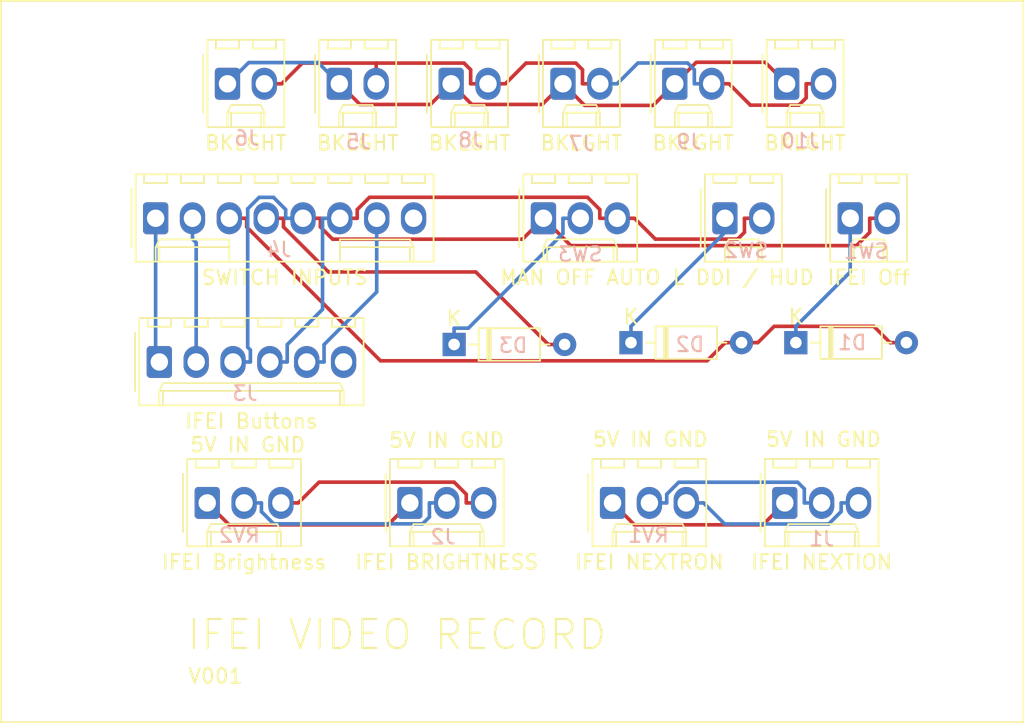
<source format=kicad_pcb>
(kicad_pcb (version 20171130) (host pcbnew "(5.1.5-0-10_14)")

  (general
    (thickness 1.6)
    (drawings 10)
    (tracks 148)
    (zones 0)
    (modules 22)
    (nets 19)
  )

  (page A4)
  (layers
    (0 F.Cu signal)
    (31 B.Cu signal)
    (32 B.Adhes user)
    (33 F.Adhes user)
    (34 B.Paste user)
    (35 F.Paste user)
    (36 B.SilkS user)
    (37 F.SilkS user)
    (38 B.Mask user)
    (39 F.Mask user)
    (40 Dwgs.User user)
    (41 Cmts.User user)
    (42 Eco1.User user)
    (43 Eco2.User user)
    (44 Edge.Cuts user)
    (45 Margin user)
    (46 B.CrtYd user)
    (47 F.CrtYd user)
    (48 B.Fab user)
    (49 F.Fab user)
  )

  (setup
    (last_trace_width 0.25)
    (trace_clearance 0.2)
    (zone_clearance 0.508)
    (zone_45_only no)
    (trace_min 0.2)
    (via_size 0.8)
    (via_drill 0.4)
    (via_min_size 0.4)
    (via_min_drill 0.3)
    (uvia_size 0.3)
    (uvia_drill 0.1)
    (uvias_allowed no)
    (uvia_min_size 0.2)
    (uvia_min_drill 0.1)
    (edge_width 0.05)
    (segment_width 0.2)
    (pcb_text_width 0.3)
    (pcb_text_size 1.5 1.5)
    (mod_edge_width 0.12)
    (mod_text_size 1 1)
    (mod_text_width 0.15)
    (pad_size 1.524 1.524)
    (pad_drill 0.762)
    (pad_to_mask_clearance 0.051)
    (solder_mask_min_width 0.25)
    (aux_axis_origin 0 0)
    (visible_elements FFFFFF7F)
    (pcbplotparams
      (layerselection 0x010fc_ffffffff)
      (usegerberextensions false)
      (usegerberattributes false)
      (usegerberadvancedattributes false)
      (creategerberjobfile false)
      (excludeedgelayer true)
      (linewidth 0.100000)
      (plotframeref false)
      (viasonmask false)
      (mode 1)
      (useauxorigin false)
      (hpglpennumber 1)
      (hpglpenspeed 20)
      (hpglpendiameter 15.000000)
      (psnegative false)
      (psa4output false)
      (plotreference true)
      (plotvalue true)
      (plotinvisibletext false)
      (padsonsilk false)
      (subtractmaskfromsilk false)
      (outputformat 1)
      (mirror false)
      (drillshape 0)
      (scaleselection 1)
      (outputdirectory "MANUFACTURING"))
  )

  (net 0 "")
  (net 1 /COL-3)
  (net 2 "Net-(D1-Pad1)")
  (net 3 "Net-(D2-Pad1)")
  (net 4 /COL-4)
  (net 5 "Net-(D3-Pad1)")
  (net 6 "Net-(J1-Pad3)")
  (net 7 "Net-(J1-Pad2)")
  (net 8 "Net-(J1-Pad1)")
  (net 9 "Net-(J2-Pad3)")
  (net 10 "Net-(J2-Pad2)")
  (net 11 "Net-(J2-Pad1)")
  (net 12 /IFEI-ROW-3)
  (net 13 /IFEI-ROW-2)
  (net 14 /IFEI-ROW-1)
  (net 15 /IFEI-COL-2)
  (net 16 /IFEI-COL-1)
  (net 17 /BACKLIGHT-GND)
  (net 18 /BACKLIGHT+12V)

  (net_class Default "This is the default net class."
    (clearance 0.2)
    (trace_width 0.25)
    (via_dia 0.8)
    (via_drill 0.4)
    (uvia_dia 0.3)
    (uvia_drill 0.1)
    (add_net /BACKLIGHT+12V)
    (add_net /BACKLIGHT-GND)
    (add_net /COL-3)
    (add_net /COL-4)
    (add_net /IFEI-COL-1)
    (add_net /IFEI-COL-2)
    (add_net /IFEI-ROW-1)
    (add_net /IFEI-ROW-2)
    (add_net /IFEI-ROW-3)
    (add_net "Net-(D1-Pad1)")
    (add_net "Net-(D2-Pad1)")
    (add_net "Net-(D3-Pad1)")
    (add_net "Net-(J1-Pad1)")
    (add_net "Net-(J1-Pad2)")
    (add_net "Net-(J1-Pad3)")
    (add_net "Net-(J2-Pad1)")
    (add_net "Net-(J2-Pad2)")
    (add_net "Net-(J2-Pad3)")
  )

  (module MountingHole:MountingHole_4.3mm_M4 (layer F.Cu) (tedit 56D1B4CB) (tstamp 617392D9)
    (at 133.936 115.984)
    (descr "Mounting Hole 4.3mm, no annular, M4")
    (tags "mounting hole 4.3mm no annular m4")
    (path /6173B7E9)
    (attr virtual)
    (fp_text reference H4 (at 0 -5.3) (layer F.Fab)
      (effects (font (size 1 1) (thickness 0.15)))
    )
    (fp_text value MountingHole (at 0.367 0.221) (layer F.Fab)
      (effects (font (size 1 1) (thickness 0.15)))
    )
    (fp_circle (center 0 0) (end 4.55 0) (layer F.CrtYd) (width 0.05))
    (fp_circle (center 0 0) (end 4.3 0) (layer Cmts.User) (width 0.15))
    (fp_text user %R (at 0.3 0) (layer F.Fab)
      (effects (font (size 1 1) (thickness 0.15)))
    )
    (pad 1 np_thru_hole circle (at 0 0) (size 4.3 4.3) (drill 4.3) (layers *.Cu *.Mask))
  )

  (module MountingHole:MountingHole_4.3mm_M4 (layer F.Cu) (tedit 56D1B4CB) (tstamp 617392D1)
    (at 133.936 75.984)
    (descr "Mounting Hole 4.3mm, no annular, M4")
    (tags "mounting hole 4.3mm no annular m4")
    (path /6173B7DF)
    (attr virtual)
    (fp_text reference H3 (at 0.049 -3.2765) (layer F.Fab)
      (effects (font (size 1 1) (thickness 0.15)))
    )
    (fp_text value MountingHole (at 0.367 0.0255) (layer F.Fab)
      (effects (font (size 1 1) (thickness 0.15)))
    )
    (fp_circle (center 0 0) (end 4.55 0) (layer F.CrtYd) (width 0.05))
    (fp_circle (center 0 0) (end 4.3 0) (layer Cmts.User) (width 0.15))
    (fp_text user %R (at 0.3 0) (layer F.Fab)
      (effects (font (size 1 1) (thickness 0.15)))
    )
    (pad 1 np_thru_hole circle (at 0 0) (size 4.3 4.3) (drill 4.3) (layers *.Cu *.Mask))
  )

  (module MountingHole:MountingHole_4.3mm_M4 (layer F.Cu) (tedit 56D1B4CB) (tstamp 617392C9)
    (at 193.936 75.984)
    (descr "Mounting Hole 4.3mm, no annular, M4")
    (tags "mounting hole 4.3mm no annular m4")
    (path /6173B346)
    (attr virtual)
    (fp_text reference H2 (at 0 -3.086) (layer F.Fab)
      (effects (font (size 1 1) (thickness 0.15)))
    )
    (fp_text value MountingHole (at -0.197 0.216) (layer F.Fab)
      (effects (font (size 1 1) (thickness 0.15)))
    )
    (fp_circle (center 0 0) (end 4.55 0) (layer F.CrtYd) (width 0.05))
    (fp_circle (center 0 0) (end 4.3 0) (layer Cmts.User) (width 0.15))
    (fp_text user %R (at 0.3 0) (layer F.Fab)
      (effects (font (size 1 1) (thickness 0.15)))
    )
    (pad 1 np_thru_hole circle (at 0 0) (size 4.3 4.3) (drill 4.3) (layers *.Cu *.Mask))
  )

  (module MountingHole:MountingHole_4.3mm_M4 (layer F.Cu) (tedit 56D1B4CB) (tstamp 617392C1)
    (at 193.936 115.984)
    (descr "Mounting Hole 4.3mm, no annular, M4")
    (tags "mounting hole 4.3mm no annular m4")
    (path /6173AC4F)
    (attr virtual)
    (fp_text reference H1 (at 0 -5.3) (layer F.Fab)
      (effects (font (size 1 1) (thickness 0.15)))
    )
    (fp_text value MountingHole (at 0.057 -0.0965) (layer F.Fab)
      (effects (font (size 1 1) (thickness 0.15)))
    )
    (fp_circle (center 0 0) (end 4.55 0) (layer F.CrtYd) (width 0.05))
    (fp_circle (center 0 0) (end 4.3 0) (layer Cmts.User) (width 0.15))
    (fp_text user %R (at 0.3 0) (layer F.Fab)
      (effects (font (size 1 1) (thickness 0.15)))
    )
    (pad 1 np_thru_hole circle (at 0 0) (size 4.3 4.3) (drill 4.3) (layers *.Cu *.Mask))
  )

  (module PT_Library_v001:Molex_1x03_P2.54mm_Vertical (layer F.Cu) (tedit 5B78013E) (tstamp 6173892B)
    (at 166.243 86.233)
    (descr "Molex KK-254 Interconnect System, old/engineering part number: AE-6410-03A example for new part number: 22-27-2031, 3 Pins (http://www.molex.com/pdm_docs/sd/022272021_sd.pdf), generated with kicad-footprint-generator")
    (tags "connector Molex KK-254 side entry")
    (path /5FC1E955)
    (fp_text reference SW3 (at 2.54 2.4765) (layer B.SilkS)
      (effects (font (size 1 1) (thickness 0.15)) (justify mirror))
    )
    (fp_text value "MAN OFF AUTO" (at 2.54 4.08) (layer F.SilkS)
      (effects (font (size 1 1) (thickness 0.15)))
    )
    (fp_text user %R (at 2.54 -2.22) (layer F.Fab)
      (effects (font (size 1 1) (thickness 0.15)))
    )
    (fp_line (start 6.85 -3.42) (end -1.77 -3.42) (layer F.CrtYd) (width 0.05))
    (fp_line (start 6.85 3.38) (end 6.85 -3.42) (layer F.CrtYd) (width 0.05))
    (fp_line (start -1.77 3.38) (end 6.85 3.38) (layer F.CrtYd) (width 0.05))
    (fp_line (start -1.77 -3.42) (end -1.77 3.38) (layer F.CrtYd) (width 0.05))
    (fp_line (start 5.88 -2.43) (end 5.88 -3.03) (layer F.SilkS) (width 0.12))
    (fp_line (start 4.28 -2.43) (end 5.88 -2.43) (layer F.SilkS) (width 0.12))
    (fp_line (start 4.28 -3.03) (end 4.28 -2.43) (layer F.SilkS) (width 0.12))
    (fp_line (start 3.34 -2.43) (end 3.34 -3.03) (layer F.SilkS) (width 0.12))
    (fp_line (start 1.74 -2.43) (end 3.34 -2.43) (layer F.SilkS) (width 0.12))
    (fp_line (start 1.74 -3.03) (end 1.74 -2.43) (layer F.SilkS) (width 0.12))
    (fp_line (start 0.8 -2.43) (end 0.8 -3.03) (layer F.SilkS) (width 0.12))
    (fp_line (start -0.8 -2.43) (end 0.8 -2.43) (layer F.SilkS) (width 0.12))
    (fp_line (start -0.8 -3.03) (end -0.8 -2.43) (layer F.SilkS) (width 0.12))
    (fp_line (start 4.83 2.99) (end 4.83 1.99) (layer F.SilkS) (width 0.12))
    (fp_line (start 0.25 2.99) (end 0.25 1.99) (layer F.SilkS) (width 0.12))
    (fp_line (start 4.83 1.46) (end 5.08 1.99) (layer F.SilkS) (width 0.12))
    (fp_line (start 0.25 1.46) (end 4.83 1.46) (layer F.SilkS) (width 0.12))
    (fp_line (start 0 1.99) (end 0.25 1.46) (layer F.SilkS) (width 0.12))
    (fp_line (start 5.08 1.99) (end 5.08 2.99) (layer F.SilkS) (width 0.12))
    (fp_line (start 0 1.99) (end 5.08 1.99) (layer F.SilkS) (width 0.12))
    (fp_line (start 0 2.99) (end 0 1.99) (layer F.SilkS) (width 0.12))
    (fp_line (start -0.562893 0) (end -1.27 0.5) (layer F.Fab) (width 0.1))
    (fp_line (start -1.27 -0.5) (end -0.562893 0) (layer F.Fab) (width 0.1))
    (fp_line (start -1.67 -2) (end -1.67 2) (layer F.SilkS) (width 0.12))
    (fp_line (start 6.46 -3.03) (end -1.38 -3.03) (layer F.SilkS) (width 0.12))
    (fp_line (start 6.46 2.99) (end 6.46 -3.03) (layer F.SilkS) (width 0.12))
    (fp_line (start -1.38 2.99) (end 6.46 2.99) (layer F.SilkS) (width 0.12))
    (fp_line (start -1.38 -3.03) (end -1.38 2.99) (layer F.SilkS) (width 0.12))
    (fp_line (start 6.35 -2.92) (end -1.27 -2.92) (layer F.Fab) (width 0.1))
    (fp_line (start 6.35 2.88) (end 6.35 -2.92) (layer F.Fab) (width 0.1))
    (fp_line (start -1.27 2.88) (end 6.35 2.88) (layer F.Fab) (width 0.1))
    (fp_line (start -1.27 -2.92) (end -1.27 2.88) (layer F.Fab) (width 0.1))
    (pad 3 thru_hole oval (at 5.08 0) (size 1.74 2.2) (drill 1.2) (layers *.Cu *.Mask)
      (net 13 /IFEI-ROW-2))
    (pad 2 thru_hole oval (at 2.54 0) (size 1.74 2.2) (drill 1.2) (layers *.Cu *.Mask)
      (net 5 "Net-(D3-Pad1)"))
    (pad 1 thru_hole roundrect (at 0 0) (size 1.74 2.2) (drill 1.2) (layers *.Cu *.Mask) (roundrect_rratio 0.143678)
      (net 14 /IFEI-ROW-1))
    (model ${KISYS3DMOD}/Connector_Molex.3dshapes/Molex_KK-254_AE-6410-03A_1x03_P2.54mm_Vertical.wrl
      (at (xyz 0 0 0))
      (scale (xyz 1 1 1))
      (rotate (xyz 0 0 0))
    )
  )

  (module PT_Library_v001:Molex_1x02_P2.54mm_Vertical (layer F.Cu) (tedit 5B78013E) (tstamp 61738903)
    (at 178.752 86.233)
    (descr "Molex KK-254 Interconnect System, old/engineering part number: AE-6410-02A example for new part number: 22-27-2021, 2 Pins (http://www.molex.com/pdm_docs/sd/022272021_sd.pdf), generated with kicad-footprint-generator")
    (tags "connector Molex KK-254 side entry")
    (path /5FC61E34)
    (fp_text reference SW2 (at 1.4605 2.2225) (layer B.SilkS)
      (effects (font (size 1 1) (thickness 0.15)) (justify mirror))
    )
    (fp_text value "L DDI / HUD" (at 1.27 4.08) (layer F.SilkS)
      (effects (font (size 1 1) (thickness 0.15)))
    )
    (fp_text user %R (at 1.27 -2.22) (layer F.Fab)
      (effects (font (size 1 1) (thickness 0.15)))
    )
    (fp_line (start 4.31 -3.42) (end -1.77 -3.42) (layer F.CrtYd) (width 0.05))
    (fp_line (start 4.31 3.38) (end 4.31 -3.42) (layer F.CrtYd) (width 0.05))
    (fp_line (start -1.77 3.38) (end 4.31 3.38) (layer F.CrtYd) (width 0.05))
    (fp_line (start -1.77 -3.42) (end -1.77 3.38) (layer F.CrtYd) (width 0.05))
    (fp_line (start 3.34 -2.43) (end 3.34 -3.03) (layer F.SilkS) (width 0.12))
    (fp_line (start 1.74 -2.43) (end 3.34 -2.43) (layer F.SilkS) (width 0.12))
    (fp_line (start 1.74 -3.03) (end 1.74 -2.43) (layer F.SilkS) (width 0.12))
    (fp_line (start 0.8 -2.43) (end 0.8 -3.03) (layer F.SilkS) (width 0.12))
    (fp_line (start -0.8 -2.43) (end 0.8 -2.43) (layer F.SilkS) (width 0.12))
    (fp_line (start -0.8 -3.03) (end -0.8 -2.43) (layer F.SilkS) (width 0.12))
    (fp_line (start 2.29 2.99) (end 2.29 1.99) (layer F.SilkS) (width 0.12))
    (fp_line (start 0.25 2.99) (end 0.25 1.99) (layer F.SilkS) (width 0.12))
    (fp_line (start 2.29 1.46) (end 2.54 1.99) (layer F.SilkS) (width 0.12))
    (fp_line (start 0.25 1.46) (end 2.29 1.46) (layer F.SilkS) (width 0.12))
    (fp_line (start 0 1.99) (end 0.25 1.46) (layer F.SilkS) (width 0.12))
    (fp_line (start 2.54 1.99) (end 2.54 2.99) (layer F.SilkS) (width 0.12))
    (fp_line (start 0 1.99) (end 2.54 1.99) (layer F.SilkS) (width 0.12))
    (fp_line (start 0 2.99) (end 0 1.99) (layer F.SilkS) (width 0.12))
    (fp_line (start -0.562893 0) (end -1.27 0.5) (layer F.Fab) (width 0.1))
    (fp_line (start -1.27 -0.5) (end -0.562893 0) (layer F.Fab) (width 0.1))
    (fp_line (start -1.67 -2) (end -1.67 2) (layer F.SilkS) (width 0.12))
    (fp_line (start 3.92 -3.03) (end -1.38 -3.03) (layer F.SilkS) (width 0.12))
    (fp_line (start 3.92 2.99) (end 3.92 -3.03) (layer F.SilkS) (width 0.12))
    (fp_line (start -1.38 2.99) (end 3.92 2.99) (layer F.SilkS) (width 0.12))
    (fp_line (start -1.38 -3.03) (end -1.38 2.99) (layer F.SilkS) (width 0.12))
    (fp_line (start 3.81 -2.92) (end -1.27 -2.92) (layer F.Fab) (width 0.1))
    (fp_line (start 3.81 2.88) (end 3.81 -2.92) (layer F.Fab) (width 0.1))
    (fp_line (start -1.27 2.88) (end 3.81 2.88) (layer F.Fab) (width 0.1))
    (fp_line (start -1.27 -2.92) (end -1.27 2.88) (layer F.Fab) (width 0.1))
    (pad 2 thru_hole oval (at 2.54 0) (size 1.74 2.2) (drill 1.2) (layers *.Cu *.Mask)
      (net 13 /IFEI-ROW-2))
    (pad 1 thru_hole roundrect (at 0 0) (size 1.74 2.2) (drill 1.2) (layers *.Cu *.Mask) (roundrect_rratio 0.143678)
      (net 3 "Net-(D2-Pad1)"))
    (model ${KISYS3DMOD}/Connector_Molex.3dshapes/Molex_KK-254_AE-6410-02A_1x02_P2.54mm_Vertical.wrl
      (at (xyz 0 0 0))
      (scale (xyz 1 1 1))
      (rotate (xyz 0 0 0))
    )
  )

  (module PT_Library_v001:Molex_1x02_P2.54mm_Vertical (layer F.Cu) (tedit 5B78013E) (tstamp 6173AB1E)
    (at 187.388 86.233)
    (descr "Molex KK-254 Interconnect System, old/engineering part number: AE-6410-02A example for new part number: 22-27-2021, 2 Pins (http://www.molex.com/pdm_docs/sd/022272021_sd.pdf), generated with kicad-footprint-generator")
    (tags "connector Molex KK-254 side entry")
    (path /616DA249)
    (fp_text reference SW1 (at 1.1105 2.275) (layer B.SilkS)
      (effects (font (size 1 1) (thickness 0.15)) (justify mirror))
    )
    (fp_text value "IFEI Off" (at 1.27 4.08) (layer F.SilkS)
      (effects (font (size 1 1) (thickness 0.15)))
    )
    (fp_text user %R (at 1.27 -2.22) (layer F.Fab)
      (effects (font (size 1 1) (thickness 0.15)))
    )
    (fp_line (start 4.31 -3.42) (end -1.77 -3.42) (layer F.CrtYd) (width 0.05))
    (fp_line (start 4.31 3.38) (end 4.31 -3.42) (layer F.CrtYd) (width 0.05))
    (fp_line (start -1.77 3.38) (end 4.31 3.38) (layer F.CrtYd) (width 0.05))
    (fp_line (start -1.77 -3.42) (end -1.77 3.38) (layer F.CrtYd) (width 0.05))
    (fp_line (start 3.34 -2.43) (end 3.34 -3.03) (layer F.SilkS) (width 0.12))
    (fp_line (start 1.74 -2.43) (end 3.34 -2.43) (layer F.SilkS) (width 0.12))
    (fp_line (start 1.74 -3.03) (end 1.74 -2.43) (layer F.SilkS) (width 0.12))
    (fp_line (start 0.8 -2.43) (end 0.8 -3.03) (layer F.SilkS) (width 0.12))
    (fp_line (start -0.8 -2.43) (end 0.8 -2.43) (layer F.SilkS) (width 0.12))
    (fp_line (start -0.8 -3.03) (end -0.8 -2.43) (layer F.SilkS) (width 0.12))
    (fp_line (start 2.29 2.99) (end 2.29 1.99) (layer F.SilkS) (width 0.12))
    (fp_line (start 0.25 2.99) (end 0.25 1.99) (layer F.SilkS) (width 0.12))
    (fp_line (start 2.29 1.46) (end 2.54 1.99) (layer F.SilkS) (width 0.12))
    (fp_line (start 0.25 1.46) (end 2.29 1.46) (layer F.SilkS) (width 0.12))
    (fp_line (start 0 1.99) (end 0.25 1.46) (layer F.SilkS) (width 0.12))
    (fp_line (start 2.54 1.99) (end 2.54 2.99) (layer F.SilkS) (width 0.12))
    (fp_line (start 0 1.99) (end 2.54 1.99) (layer F.SilkS) (width 0.12))
    (fp_line (start 0 2.99) (end 0 1.99) (layer F.SilkS) (width 0.12))
    (fp_line (start -0.562893 0) (end -1.27 0.5) (layer F.Fab) (width 0.1))
    (fp_line (start -1.27 -0.5) (end -0.562893 0) (layer F.Fab) (width 0.1))
    (fp_line (start -1.67 -2) (end -1.67 2) (layer F.SilkS) (width 0.12))
    (fp_line (start 3.92 -3.03) (end -1.38 -3.03) (layer F.SilkS) (width 0.12))
    (fp_line (start 3.92 2.99) (end 3.92 -3.03) (layer F.SilkS) (width 0.12))
    (fp_line (start -1.38 2.99) (end 3.92 2.99) (layer F.SilkS) (width 0.12))
    (fp_line (start -1.38 -3.03) (end -1.38 2.99) (layer F.SilkS) (width 0.12))
    (fp_line (start 3.81 -2.92) (end -1.27 -2.92) (layer F.Fab) (width 0.1))
    (fp_line (start 3.81 2.88) (end 3.81 -2.92) (layer F.Fab) (width 0.1))
    (fp_line (start -1.27 2.88) (end 3.81 2.88) (layer F.Fab) (width 0.1))
    (fp_line (start -1.27 -2.92) (end -1.27 2.88) (layer F.Fab) (width 0.1))
    (pad 2 thru_hole oval (at 2.54 0) (size 1.74 2.2) (drill 1.2) (layers *.Cu *.Mask)
      (net 14 /IFEI-ROW-1))
    (pad 1 thru_hole roundrect (at 0 0) (size 1.74 2.2) (drill 1.2) (layers *.Cu *.Mask) (roundrect_rratio 0.143678)
      (net 2 "Net-(D1-Pad1)"))
    (model ${KISYS3DMOD}/Connector_Molex.3dshapes/Molex_KK-254_AE-6410-02A_1x02_P2.54mm_Vertical.wrl
      (at (xyz 0 0 0))
      (scale (xyz 1 1 1))
      (rotate (xyz 0 0 0))
    )
  )

  (module PT_Library_v001:Molex_1x03_P2.54mm_Vertical (layer F.Cu) (tedit 5B78013E) (tstamp 617388BB)
    (at 143.066 105.854)
    (descr "Molex KK-254 Interconnect System, old/engineering part number: AE-6410-03A example for new part number: 22-27-2031, 3 Pins (http://www.molex.com/pdm_docs/sd/022272021_sd.pdf), generated with kicad-footprint-generator")
    (tags "connector Molex KK-254 side entry")
    (path /5FC6ABA0)
    (fp_text reference RV2 (at 2.2225 2.2225) (layer B.SilkS)
      (effects (font (size 1 1) (thickness 0.15)) (justify mirror))
    )
    (fp_text value "IFEI Brightness" (at 2.54 4.08) (layer F.SilkS)
      (effects (font (size 1 1) (thickness 0.15)))
    )
    (fp_text user %R (at 2.54 -2.22) (layer F.Fab)
      (effects (font (size 1 1) (thickness 0.15)))
    )
    (fp_line (start 6.85 -3.42) (end -1.77 -3.42) (layer F.CrtYd) (width 0.05))
    (fp_line (start 6.85 3.38) (end 6.85 -3.42) (layer F.CrtYd) (width 0.05))
    (fp_line (start -1.77 3.38) (end 6.85 3.38) (layer F.CrtYd) (width 0.05))
    (fp_line (start -1.77 -3.42) (end -1.77 3.38) (layer F.CrtYd) (width 0.05))
    (fp_line (start 5.88 -2.43) (end 5.88 -3.03) (layer F.SilkS) (width 0.12))
    (fp_line (start 4.28 -2.43) (end 5.88 -2.43) (layer F.SilkS) (width 0.12))
    (fp_line (start 4.28 -3.03) (end 4.28 -2.43) (layer F.SilkS) (width 0.12))
    (fp_line (start 3.34 -2.43) (end 3.34 -3.03) (layer F.SilkS) (width 0.12))
    (fp_line (start 1.74 -2.43) (end 3.34 -2.43) (layer F.SilkS) (width 0.12))
    (fp_line (start 1.74 -3.03) (end 1.74 -2.43) (layer F.SilkS) (width 0.12))
    (fp_line (start 0.8 -2.43) (end 0.8 -3.03) (layer F.SilkS) (width 0.12))
    (fp_line (start -0.8 -2.43) (end 0.8 -2.43) (layer F.SilkS) (width 0.12))
    (fp_line (start -0.8 -3.03) (end -0.8 -2.43) (layer F.SilkS) (width 0.12))
    (fp_line (start 4.83 2.99) (end 4.83 1.99) (layer F.SilkS) (width 0.12))
    (fp_line (start 0.25 2.99) (end 0.25 1.99) (layer F.SilkS) (width 0.12))
    (fp_line (start 4.83 1.46) (end 5.08 1.99) (layer F.SilkS) (width 0.12))
    (fp_line (start 0.25 1.46) (end 4.83 1.46) (layer F.SilkS) (width 0.12))
    (fp_line (start 0 1.99) (end 0.25 1.46) (layer F.SilkS) (width 0.12))
    (fp_line (start 5.08 1.99) (end 5.08 2.99) (layer F.SilkS) (width 0.12))
    (fp_line (start 0 1.99) (end 5.08 1.99) (layer F.SilkS) (width 0.12))
    (fp_line (start 0 2.99) (end 0 1.99) (layer F.SilkS) (width 0.12))
    (fp_line (start -0.562893 0) (end -1.27 0.5) (layer F.Fab) (width 0.1))
    (fp_line (start -1.27 -0.5) (end -0.562893 0) (layer F.Fab) (width 0.1))
    (fp_line (start -1.67 -2) (end -1.67 2) (layer F.SilkS) (width 0.12))
    (fp_line (start 6.46 -3.03) (end -1.38 -3.03) (layer F.SilkS) (width 0.12))
    (fp_line (start 6.46 2.99) (end 6.46 -3.03) (layer F.SilkS) (width 0.12))
    (fp_line (start -1.38 2.99) (end 6.46 2.99) (layer F.SilkS) (width 0.12))
    (fp_line (start -1.38 -3.03) (end -1.38 2.99) (layer F.SilkS) (width 0.12))
    (fp_line (start 6.35 -2.92) (end -1.27 -2.92) (layer F.Fab) (width 0.1))
    (fp_line (start 6.35 2.88) (end 6.35 -2.92) (layer F.Fab) (width 0.1))
    (fp_line (start -1.27 2.88) (end 6.35 2.88) (layer F.Fab) (width 0.1))
    (fp_line (start -1.27 -2.92) (end -1.27 2.88) (layer F.Fab) (width 0.1))
    (pad 3 thru_hole oval (at 5.08 0) (size 1.74 2.2) (drill 1.2) (layers *.Cu *.Mask)
      (net 9 "Net-(J2-Pad3)"))
    (pad 2 thru_hole oval (at 2.54 0) (size 1.74 2.2) (drill 1.2) (layers *.Cu *.Mask)
      (net 10 "Net-(J2-Pad2)"))
    (pad 1 thru_hole roundrect (at 0 0) (size 1.74 2.2) (drill 1.2) (layers *.Cu *.Mask) (roundrect_rratio 0.143678)
      (net 11 "Net-(J2-Pad1)"))
    (model ${KISYS3DMOD}/Connector_Molex.3dshapes/Molex_KK-254_AE-6410-03A_1x03_P2.54mm_Vertical.wrl
      (at (xyz 0 0 0))
      (scale (xyz 1 1 1))
      (rotate (xyz 0 0 0))
    )
  )

  (module PT_Library_v001:Molex_1x03_P2.54mm_Vertical (layer F.Cu) (tedit 5B78013E) (tstamp 61738893)
    (at 171.006 105.854)
    (descr "Molex KK-254 Interconnect System, old/engineering part number: AE-6410-03A example for new part number: 22-27-2031, 3 Pins (http://www.molex.com/pdm_docs/sd/022272021_sd.pdf), generated with kicad-footprint-generator")
    (tags "connector Molex KK-254 side entry")
    (path /616ECBAF)
    (fp_text reference RV1 (at 2.4765 2.2225) (layer B.SilkS)
      (effects (font (size 1 1) (thickness 0.15)) (justify mirror))
    )
    (fp_text value "IFEI NEXTRON" (at 2.54 4.08) (layer F.SilkS)
      (effects (font (size 1 1) (thickness 0.15)))
    )
    (fp_text user %R (at 2.54 -2.22) (layer F.Fab)
      (effects (font (size 1 1) (thickness 0.15)))
    )
    (fp_line (start 6.85 -3.42) (end -1.77 -3.42) (layer F.CrtYd) (width 0.05))
    (fp_line (start 6.85 3.38) (end 6.85 -3.42) (layer F.CrtYd) (width 0.05))
    (fp_line (start -1.77 3.38) (end 6.85 3.38) (layer F.CrtYd) (width 0.05))
    (fp_line (start -1.77 -3.42) (end -1.77 3.38) (layer F.CrtYd) (width 0.05))
    (fp_line (start 5.88 -2.43) (end 5.88 -3.03) (layer F.SilkS) (width 0.12))
    (fp_line (start 4.28 -2.43) (end 5.88 -2.43) (layer F.SilkS) (width 0.12))
    (fp_line (start 4.28 -3.03) (end 4.28 -2.43) (layer F.SilkS) (width 0.12))
    (fp_line (start 3.34 -2.43) (end 3.34 -3.03) (layer F.SilkS) (width 0.12))
    (fp_line (start 1.74 -2.43) (end 3.34 -2.43) (layer F.SilkS) (width 0.12))
    (fp_line (start 1.74 -3.03) (end 1.74 -2.43) (layer F.SilkS) (width 0.12))
    (fp_line (start 0.8 -2.43) (end 0.8 -3.03) (layer F.SilkS) (width 0.12))
    (fp_line (start -0.8 -2.43) (end 0.8 -2.43) (layer F.SilkS) (width 0.12))
    (fp_line (start -0.8 -3.03) (end -0.8 -2.43) (layer F.SilkS) (width 0.12))
    (fp_line (start 4.83 2.99) (end 4.83 1.99) (layer F.SilkS) (width 0.12))
    (fp_line (start 0.25 2.99) (end 0.25 1.99) (layer F.SilkS) (width 0.12))
    (fp_line (start 4.83 1.46) (end 5.08 1.99) (layer F.SilkS) (width 0.12))
    (fp_line (start 0.25 1.46) (end 4.83 1.46) (layer F.SilkS) (width 0.12))
    (fp_line (start 0 1.99) (end 0.25 1.46) (layer F.SilkS) (width 0.12))
    (fp_line (start 5.08 1.99) (end 5.08 2.99) (layer F.SilkS) (width 0.12))
    (fp_line (start 0 1.99) (end 5.08 1.99) (layer F.SilkS) (width 0.12))
    (fp_line (start 0 2.99) (end 0 1.99) (layer F.SilkS) (width 0.12))
    (fp_line (start -0.562893 0) (end -1.27 0.5) (layer F.Fab) (width 0.1))
    (fp_line (start -1.27 -0.5) (end -0.562893 0) (layer F.Fab) (width 0.1))
    (fp_line (start -1.67 -2) (end -1.67 2) (layer F.SilkS) (width 0.12))
    (fp_line (start 6.46 -3.03) (end -1.38 -3.03) (layer F.SilkS) (width 0.12))
    (fp_line (start 6.46 2.99) (end 6.46 -3.03) (layer F.SilkS) (width 0.12))
    (fp_line (start -1.38 2.99) (end 6.46 2.99) (layer F.SilkS) (width 0.12))
    (fp_line (start -1.38 -3.03) (end -1.38 2.99) (layer F.SilkS) (width 0.12))
    (fp_line (start 6.35 -2.92) (end -1.27 -2.92) (layer F.Fab) (width 0.1))
    (fp_line (start 6.35 2.88) (end 6.35 -2.92) (layer F.Fab) (width 0.1))
    (fp_line (start -1.27 2.88) (end 6.35 2.88) (layer F.Fab) (width 0.1))
    (fp_line (start -1.27 -2.92) (end -1.27 2.88) (layer F.Fab) (width 0.1))
    (pad 3 thru_hole oval (at 5.08 0) (size 1.74 2.2) (drill 1.2) (layers *.Cu *.Mask)
      (net 6 "Net-(J1-Pad3)"))
    (pad 2 thru_hole oval (at 2.54 0) (size 1.74 2.2) (drill 1.2) (layers *.Cu *.Mask)
      (net 7 "Net-(J1-Pad2)"))
    (pad 1 thru_hole roundrect (at 0 0) (size 1.74 2.2) (drill 1.2) (layers *.Cu *.Mask) (roundrect_rratio 0.143678)
      (net 8 "Net-(J1-Pad1)"))
    (model ${KISYS3DMOD}/Connector_Molex.3dshapes/Molex_KK-254_AE-6410-03A_1x03_P2.54mm_Vertical.wrl
      (at (xyz 0 0 0))
      (scale (xyz 1 1 1))
      (rotate (xyz 0 0 0))
    )
  )

  (module PT_Library_v001:Molex_1x02_P2.54mm_Vertical (layer F.Cu) (tedit 5B78013E) (tstamp 6173886B)
    (at 183.007 76.962)
    (descr "Molex KK-254 Interconnect System, old/engineering part number: AE-6410-02A example for new part number: 22-27-2021, 2 Pins (http://www.molex.com/pdm_docs/sd/022272021_sd.pdf), generated with kicad-footprint-generator")
    (tags "connector Molex KK-254 side entry")
    (path /6172F315)
    (fp_text reference J10 (at 0.9525 3.937) (layer B.SilkS)
      (effects (font (size 1 1) (thickness 0.15)) (justify mirror))
    )
    (fp_text value BKLGHT (at 1.27 4.08) (layer F.SilkS)
      (effects (font (size 1 1) (thickness 0.15)))
    )
    (fp_text user %R (at 1.27 -2.22) (layer F.Fab)
      (effects (font (size 1 1) (thickness 0.15)))
    )
    (fp_line (start 4.31 -3.42) (end -1.77 -3.42) (layer F.CrtYd) (width 0.05))
    (fp_line (start 4.31 3.38) (end 4.31 -3.42) (layer F.CrtYd) (width 0.05))
    (fp_line (start -1.77 3.38) (end 4.31 3.38) (layer F.CrtYd) (width 0.05))
    (fp_line (start -1.77 -3.42) (end -1.77 3.38) (layer F.CrtYd) (width 0.05))
    (fp_line (start 3.34 -2.43) (end 3.34 -3.03) (layer F.SilkS) (width 0.12))
    (fp_line (start 1.74 -2.43) (end 3.34 -2.43) (layer F.SilkS) (width 0.12))
    (fp_line (start 1.74 -3.03) (end 1.74 -2.43) (layer F.SilkS) (width 0.12))
    (fp_line (start 0.8 -2.43) (end 0.8 -3.03) (layer F.SilkS) (width 0.12))
    (fp_line (start -0.8 -2.43) (end 0.8 -2.43) (layer F.SilkS) (width 0.12))
    (fp_line (start -0.8 -3.03) (end -0.8 -2.43) (layer F.SilkS) (width 0.12))
    (fp_line (start 2.29 2.99) (end 2.29 1.99) (layer F.SilkS) (width 0.12))
    (fp_line (start 0.25 2.99) (end 0.25 1.99) (layer F.SilkS) (width 0.12))
    (fp_line (start 2.29 1.46) (end 2.54 1.99) (layer F.SilkS) (width 0.12))
    (fp_line (start 0.25 1.46) (end 2.29 1.46) (layer F.SilkS) (width 0.12))
    (fp_line (start 0 1.99) (end 0.25 1.46) (layer F.SilkS) (width 0.12))
    (fp_line (start 2.54 1.99) (end 2.54 2.99) (layer F.SilkS) (width 0.12))
    (fp_line (start 0 1.99) (end 2.54 1.99) (layer F.SilkS) (width 0.12))
    (fp_line (start 0 2.99) (end 0 1.99) (layer F.SilkS) (width 0.12))
    (fp_line (start -0.562893 0) (end -1.27 0.5) (layer F.Fab) (width 0.1))
    (fp_line (start -1.27 -0.5) (end -0.562893 0) (layer F.Fab) (width 0.1))
    (fp_line (start -1.67 -2) (end -1.67 2) (layer F.SilkS) (width 0.12))
    (fp_line (start 3.92 -3.03) (end -1.38 -3.03) (layer F.SilkS) (width 0.12))
    (fp_line (start 3.92 2.99) (end 3.92 -3.03) (layer F.SilkS) (width 0.12))
    (fp_line (start -1.38 2.99) (end 3.92 2.99) (layer F.SilkS) (width 0.12))
    (fp_line (start -1.38 -3.03) (end -1.38 2.99) (layer F.SilkS) (width 0.12))
    (fp_line (start 3.81 -2.92) (end -1.27 -2.92) (layer F.Fab) (width 0.1))
    (fp_line (start 3.81 2.88) (end 3.81 -2.92) (layer F.Fab) (width 0.1))
    (fp_line (start -1.27 2.88) (end 3.81 2.88) (layer F.Fab) (width 0.1))
    (fp_line (start -1.27 -2.92) (end -1.27 2.88) (layer F.Fab) (width 0.1))
    (pad 2 thru_hole oval (at 2.54 0) (size 1.74 2.2) (drill 1.2) (layers *.Cu *.Mask)
      (net 17 /BACKLIGHT-GND))
    (pad 1 thru_hole roundrect (at 0 0) (size 1.74 2.2) (drill 1.2) (layers *.Cu *.Mask) (roundrect_rratio 0.143678)
      (net 18 /BACKLIGHT+12V))
    (model ${KISYS3DMOD}/Connector_Molex.3dshapes/Molex_KK-254_AE-6410-02A_1x02_P2.54mm_Vertical.wrl
      (at (xyz 0 0 0))
      (scale (xyz 1 1 1))
      (rotate (xyz 0 0 0))
    )
  )

  (module PT_Library_v001:Molex_1x02_P2.54mm_Vertical (layer F.Cu) (tedit 5B78013E) (tstamp 61738847)
    (at 175.298 76.962)
    (descr "Molex KK-254 Interconnect System, old/engineering part number: AE-6410-02A example for new part number: 22-27-2021, 2 Pins (http://www.molex.com/pdm_docs/sd/022272021_sd.pdf), generated with kicad-footprint-generator")
    (tags "connector Molex KK-254 side entry")
    (path /6172E10C)
    (fp_text reference J9 (at 0.9779 4.0005) (layer B.SilkS)
      (effects (font (size 1 1) (thickness 0.15)) (justify mirror))
    )
    (fp_text value BKLGHT (at 1.27 4.08) (layer F.SilkS)
      (effects (font (size 1 1) (thickness 0.15)))
    )
    (fp_text user %R (at 1.27 -2.22) (layer F.Fab)
      (effects (font (size 1 1) (thickness 0.15)))
    )
    (fp_line (start 4.31 -3.42) (end -1.77 -3.42) (layer F.CrtYd) (width 0.05))
    (fp_line (start 4.31 3.38) (end 4.31 -3.42) (layer F.CrtYd) (width 0.05))
    (fp_line (start -1.77 3.38) (end 4.31 3.38) (layer F.CrtYd) (width 0.05))
    (fp_line (start -1.77 -3.42) (end -1.77 3.38) (layer F.CrtYd) (width 0.05))
    (fp_line (start 3.34 -2.43) (end 3.34 -3.03) (layer F.SilkS) (width 0.12))
    (fp_line (start 1.74 -2.43) (end 3.34 -2.43) (layer F.SilkS) (width 0.12))
    (fp_line (start 1.74 -3.03) (end 1.74 -2.43) (layer F.SilkS) (width 0.12))
    (fp_line (start 0.8 -2.43) (end 0.8 -3.03) (layer F.SilkS) (width 0.12))
    (fp_line (start -0.8 -2.43) (end 0.8 -2.43) (layer F.SilkS) (width 0.12))
    (fp_line (start -0.8 -3.03) (end -0.8 -2.43) (layer F.SilkS) (width 0.12))
    (fp_line (start 2.29 2.99) (end 2.29 1.99) (layer F.SilkS) (width 0.12))
    (fp_line (start 0.25 2.99) (end 0.25 1.99) (layer F.SilkS) (width 0.12))
    (fp_line (start 2.29 1.46) (end 2.54 1.99) (layer F.SilkS) (width 0.12))
    (fp_line (start 0.25 1.46) (end 2.29 1.46) (layer F.SilkS) (width 0.12))
    (fp_line (start 0 1.99) (end 0.25 1.46) (layer F.SilkS) (width 0.12))
    (fp_line (start 2.54 1.99) (end 2.54 2.99) (layer F.SilkS) (width 0.12))
    (fp_line (start 0 1.99) (end 2.54 1.99) (layer F.SilkS) (width 0.12))
    (fp_line (start 0 2.99) (end 0 1.99) (layer F.SilkS) (width 0.12))
    (fp_line (start -0.562893 0) (end -1.27 0.5) (layer F.Fab) (width 0.1))
    (fp_line (start -1.27 -0.5) (end -0.562893 0) (layer F.Fab) (width 0.1))
    (fp_line (start -1.67 -2) (end -1.67 2) (layer F.SilkS) (width 0.12))
    (fp_line (start 3.92 -3.03) (end -1.38 -3.03) (layer F.SilkS) (width 0.12))
    (fp_line (start 3.92 2.99) (end 3.92 -3.03) (layer F.SilkS) (width 0.12))
    (fp_line (start -1.38 2.99) (end 3.92 2.99) (layer F.SilkS) (width 0.12))
    (fp_line (start -1.38 -3.03) (end -1.38 2.99) (layer F.SilkS) (width 0.12))
    (fp_line (start 3.81 -2.92) (end -1.27 -2.92) (layer F.Fab) (width 0.1))
    (fp_line (start 3.81 2.88) (end 3.81 -2.92) (layer F.Fab) (width 0.1))
    (fp_line (start -1.27 2.88) (end 3.81 2.88) (layer F.Fab) (width 0.1))
    (fp_line (start -1.27 -2.92) (end -1.27 2.88) (layer F.Fab) (width 0.1))
    (pad 2 thru_hole oval (at 2.54 0) (size 1.74 2.2) (drill 1.2) (layers *.Cu *.Mask)
      (net 17 /BACKLIGHT-GND))
    (pad 1 thru_hole roundrect (at 0 0) (size 1.74 2.2) (drill 1.2) (layers *.Cu *.Mask) (roundrect_rratio 0.143678)
      (net 18 /BACKLIGHT+12V))
    (model ${KISYS3DMOD}/Connector_Molex.3dshapes/Molex_KK-254_AE-6410-02A_1x02_P2.54mm_Vertical.wrl
      (at (xyz 0 0 0))
      (scale (xyz 1 1 1))
      (rotate (xyz 0 0 0))
    )
  )

  (module PT_Library_v001:Molex_1x02_P2.54mm_Vertical (layer F.Cu) (tedit 5B78013E) (tstamp 61738823)
    (at 159.88 76.962)
    (descr "Molex KK-254 Interconnect System, old/engineering part number: AE-6410-02A example for new part number: 22-27-2021, 2 Pins (http://www.molex.com/pdm_docs/sd/022272021_sd.pdf), generated with kicad-footprint-generator")
    (tags "connector Molex KK-254 side entry")
    (path /616EA965)
    (fp_text reference J8 (at 1.3462 3.8735) (layer B.SilkS)
      (effects (font (size 1 1) (thickness 0.15)) (justify mirror))
    )
    (fp_text value BKLGHT (at 1.27 4.08) (layer F.SilkS)
      (effects (font (size 1 1) (thickness 0.15)))
    )
    (fp_text user %R (at 1.27 -2.22) (layer F.Fab)
      (effects (font (size 1 1) (thickness 0.15)))
    )
    (fp_line (start 4.31 -3.42) (end -1.77 -3.42) (layer F.CrtYd) (width 0.05))
    (fp_line (start 4.31 3.38) (end 4.31 -3.42) (layer F.CrtYd) (width 0.05))
    (fp_line (start -1.77 3.38) (end 4.31 3.38) (layer F.CrtYd) (width 0.05))
    (fp_line (start -1.77 -3.42) (end -1.77 3.38) (layer F.CrtYd) (width 0.05))
    (fp_line (start 3.34 -2.43) (end 3.34 -3.03) (layer F.SilkS) (width 0.12))
    (fp_line (start 1.74 -2.43) (end 3.34 -2.43) (layer F.SilkS) (width 0.12))
    (fp_line (start 1.74 -3.03) (end 1.74 -2.43) (layer F.SilkS) (width 0.12))
    (fp_line (start 0.8 -2.43) (end 0.8 -3.03) (layer F.SilkS) (width 0.12))
    (fp_line (start -0.8 -2.43) (end 0.8 -2.43) (layer F.SilkS) (width 0.12))
    (fp_line (start -0.8 -3.03) (end -0.8 -2.43) (layer F.SilkS) (width 0.12))
    (fp_line (start 2.29 2.99) (end 2.29 1.99) (layer F.SilkS) (width 0.12))
    (fp_line (start 0.25 2.99) (end 0.25 1.99) (layer F.SilkS) (width 0.12))
    (fp_line (start 2.29 1.46) (end 2.54 1.99) (layer F.SilkS) (width 0.12))
    (fp_line (start 0.25 1.46) (end 2.29 1.46) (layer F.SilkS) (width 0.12))
    (fp_line (start 0 1.99) (end 0.25 1.46) (layer F.SilkS) (width 0.12))
    (fp_line (start 2.54 1.99) (end 2.54 2.99) (layer F.SilkS) (width 0.12))
    (fp_line (start 0 1.99) (end 2.54 1.99) (layer F.SilkS) (width 0.12))
    (fp_line (start 0 2.99) (end 0 1.99) (layer F.SilkS) (width 0.12))
    (fp_line (start -0.562893 0) (end -1.27 0.5) (layer F.Fab) (width 0.1))
    (fp_line (start -1.27 -0.5) (end -0.562893 0) (layer F.Fab) (width 0.1))
    (fp_line (start -1.67 -2) (end -1.67 2) (layer F.SilkS) (width 0.12))
    (fp_line (start 3.92 -3.03) (end -1.38 -3.03) (layer F.SilkS) (width 0.12))
    (fp_line (start 3.92 2.99) (end 3.92 -3.03) (layer F.SilkS) (width 0.12))
    (fp_line (start -1.38 2.99) (end 3.92 2.99) (layer F.SilkS) (width 0.12))
    (fp_line (start -1.38 -3.03) (end -1.38 2.99) (layer F.SilkS) (width 0.12))
    (fp_line (start 3.81 -2.92) (end -1.27 -2.92) (layer F.Fab) (width 0.1))
    (fp_line (start 3.81 2.88) (end 3.81 -2.92) (layer F.Fab) (width 0.1))
    (fp_line (start -1.27 2.88) (end 3.81 2.88) (layer F.Fab) (width 0.1))
    (fp_line (start -1.27 -2.92) (end -1.27 2.88) (layer F.Fab) (width 0.1))
    (pad 2 thru_hole oval (at 2.54 0) (size 1.74 2.2) (drill 1.2) (layers *.Cu *.Mask)
      (net 17 /BACKLIGHT-GND))
    (pad 1 thru_hole roundrect (at 0 0) (size 1.74 2.2) (drill 1.2) (layers *.Cu *.Mask) (roundrect_rratio 0.143678)
      (net 18 /BACKLIGHT+12V))
    (model ${KISYS3DMOD}/Connector_Molex.3dshapes/Molex_KK-254_AE-6410-02A_1x02_P2.54mm_Vertical.wrl
      (at (xyz 0 0 0))
      (scale (xyz 1 1 1))
      (rotate (xyz 0 0 0))
    )
  )

  (module PT_Library_v001:Molex_1x02_P2.54mm_Vertical (layer F.Cu) (tedit 5B78013E) (tstamp 617387FF)
    (at 167.589 76.962)
    (descr "Molex KK-254 Interconnect System, old/engineering part number: AE-6410-02A example for new part number: 22-27-2021, 2 Pins (http://www.molex.com/pdm_docs/sd/022272021_sd.pdf), generated with kicad-footprint-generator")
    (tags "connector Molex KK-254 side entry")
    (path /616EA0B7)
    (fp_text reference J7 (at 1.2573 4.1275) (layer B.SilkS)
      (effects (font (size 1 1) (thickness 0.15)) (justify mirror))
    )
    (fp_text value BKLGHT (at 1.27 4.08) (layer F.SilkS)
      (effects (font (size 1 1) (thickness 0.15)))
    )
    (fp_text user %R (at 1.27 -2.22) (layer F.Fab)
      (effects (font (size 1 1) (thickness 0.15)))
    )
    (fp_line (start 4.31 -3.42) (end -1.77 -3.42) (layer F.CrtYd) (width 0.05))
    (fp_line (start 4.31 3.38) (end 4.31 -3.42) (layer F.CrtYd) (width 0.05))
    (fp_line (start -1.77 3.38) (end 4.31 3.38) (layer F.CrtYd) (width 0.05))
    (fp_line (start -1.77 -3.42) (end -1.77 3.38) (layer F.CrtYd) (width 0.05))
    (fp_line (start 3.34 -2.43) (end 3.34 -3.03) (layer F.SilkS) (width 0.12))
    (fp_line (start 1.74 -2.43) (end 3.34 -2.43) (layer F.SilkS) (width 0.12))
    (fp_line (start 1.74 -3.03) (end 1.74 -2.43) (layer F.SilkS) (width 0.12))
    (fp_line (start 0.8 -2.43) (end 0.8 -3.03) (layer F.SilkS) (width 0.12))
    (fp_line (start -0.8 -2.43) (end 0.8 -2.43) (layer F.SilkS) (width 0.12))
    (fp_line (start -0.8 -3.03) (end -0.8 -2.43) (layer F.SilkS) (width 0.12))
    (fp_line (start 2.29 2.99) (end 2.29 1.99) (layer F.SilkS) (width 0.12))
    (fp_line (start 0.25 2.99) (end 0.25 1.99) (layer F.SilkS) (width 0.12))
    (fp_line (start 2.29 1.46) (end 2.54 1.99) (layer F.SilkS) (width 0.12))
    (fp_line (start 0.25 1.46) (end 2.29 1.46) (layer F.SilkS) (width 0.12))
    (fp_line (start 0 1.99) (end 0.25 1.46) (layer F.SilkS) (width 0.12))
    (fp_line (start 2.54 1.99) (end 2.54 2.99) (layer F.SilkS) (width 0.12))
    (fp_line (start 0 1.99) (end 2.54 1.99) (layer F.SilkS) (width 0.12))
    (fp_line (start 0 2.99) (end 0 1.99) (layer F.SilkS) (width 0.12))
    (fp_line (start -0.562893 0) (end -1.27 0.5) (layer F.Fab) (width 0.1))
    (fp_line (start -1.27 -0.5) (end -0.562893 0) (layer F.Fab) (width 0.1))
    (fp_line (start -1.67 -2) (end -1.67 2) (layer F.SilkS) (width 0.12))
    (fp_line (start 3.92 -3.03) (end -1.38 -3.03) (layer F.SilkS) (width 0.12))
    (fp_line (start 3.92 2.99) (end 3.92 -3.03) (layer F.SilkS) (width 0.12))
    (fp_line (start -1.38 2.99) (end 3.92 2.99) (layer F.SilkS) (width 0.12))
    (fp_line (start -1.38 -3.03) (end -1.38 2.99) (layer F.SilkS) (width 0.12))
    (fp_line (start 3.81 -2.92) (end -1.27 -2.92) (layer F.Fab) (width 0.1))
    (fp_line (start 3.81 2.88) (end 3.81 -2.92) (layer F.Fab) (width 0.1))
    (fp_line (start -1.27 2.88) (end 3.81 2.88) (layer F.Fab) (width 0.1))
    (fp_line (start -1.27 -2.92) (end -1.27 2.88) (layer F.Fab) (width 0.1))
    (pad 2 thru_hole oval (at 2.54 0) (size 1.74 2.2) (drill 1.2) (layers *.Cu *.Mask)
      (net 17 /BACKLIGHT-GND))
    (pad 1 thru_hole roundrect (at 0 0) (size 1.74 2.2) (drill 1.2) (layers *.Cu *.Mask) (roundrect_rratio 0.143678)
      (net 18 /BACKLIGHT+12V))
    (model ${KISYS3DMOD}/Connector_Molex.3dshapes/Molex_KK-254_AE-6410-02A_1x02_P2.54mm_Vertical.wrl
      (at (xyz 0 0 0))
      (scale (xyz 1 1 1))
      (rotate (xyz 0 0 0))
    )
  )

  (module PT_Library_v001:Molex_1x02_P2.54mm_Vertical (layer F.Cu) (tedit 5B78013E) (tstamp 617387DB)
    (at 144.462 76.962)
    (descr "Molex KK-254 Interconnect System, old/engineering part number: AE-6410-02A example for new part number: 22-27-2021, 2 Pins (http://www.molex.com/pdm_docs/sd/022272021_sd.pdf), generated with kicad-footprint-generator")
    (tags "connector Molex KK-254 side entry")
    (path /616EA95B)
    (fp_text reference J6 (at 1.3335 3.7465) (layer B.SilkS)
      (effects (font (size 1 1) (thickness 0.15)) (justify mirror))
    )
    (fp_text value BKLGHT (at 1.27 4.08) (layer F.SilkS)
      (effects (font (size 1 1) (thickness 0.15)))
    )
    (fp_text user %R (at 1.27 -2.22) (layer F.Fab)
      (effects (font (size 1 1) (thickness 0.15)))
    )
    (fp_line (start 4.31 -3.42) (end -1.77 -3.42) (layer F.CrtYd) (width 0.05))
    (fp_line (start 4.31 3.38) (end 4.31 -3.42) (layer F.CrtYd) (width 0.05))
    (fp_line (start -1.77 3.38) (end 4.31 3.38) (layer F.CrtYd) (width 0.05))
    (fp_line (start -1.77 -3.42) (end -1.77 3.38) (layer F.CrtYd) (width 0.05))
    (fp_line (start 3.34 -2.43) (end 3.34 -3.03) (layer F.SilkS) (width 0.12))
    (fp_line (start 1.74 -2.43) (end 3.34 -2.43) (layer F.SilkS) (width 0.12))
    (fp_line (start 1.74 -3.03) (end 1.74 -2.43) (layer F.SilkS) (width 0.12))
    (fp_line (start 0.8 -2.43) (end 0.8 -3.03) (layer F.SilkS) (width 0.12))
    (fp_line (start -0.8 -2.43) (end 0.8 -2.43) (layer F.SilkS) (width 0.12))
    (fp_line (start -0.8 -3.03) (end -0.8 -2.43) (layer F.SilkS) (width 0.12))
    (fp_line (start 2.29 2.99) (end 2.29 1.99) (layer F.SilkS) (width 0.12))
    (fp_line (start 0.25 2.99) (end 0.25 1.99) (layer F.SilkS) (width 0.12))
    (fp_line (start 2.29 1.46) (end 2.54 1.99) (layer F.SilkS) (width 0.12))
    (fp_line (start 0.25 1.46) (end 2.29 1.46) (layer F.SilkS) (width 0.12))
    (fp_line (start 0 1.99) (end 0.25 1.46) (layer F.SilkS) (width 0.12))
    (fp_line (start 2.54 1.99) (end 2.54 2.99) (layer F.SilkS) (width 0.12))
    (fp_line (start 0 1.99) (end 2.54 1.99) (layer F.SilkS) (width 0.12))
    (fp_line (start 0 2.99) (end 0 1.99) (layer F.SilkS) (width 0.12))
    (fp_line (start -0.562893 0) (end -1.27 0.5) (layer F.Fab) (width 0.1))
    (fp_line (start -1.27 -0.5) (end -0.562893 0) (layer F.Fab) (width 0.1))
    (fp_line (start -1.67 -2) (end -1.67 2) (layer F.SilkS) (width 0.12))
    (fp_line (start 3.92 -3.03) (end -1.38 -3.03) (layer F.SilkS) (width 0.12))
    (fp_line (start 3.92 2.99) (end 3.92 -3.03) (layer F.SilkS) (width 0.12))
    (fp_line (start -1.38 2.99) (end 3.92 2.99) (layer F.SilkS) (width 0.12))
    (fp_line (start -1.38 -3.03) (end -1.38 2.99) (layer F.SilkS) (width 0.12))
    (fp_line (start 3.81 -2.92) (end -1.27 -2.92) (layer F.Fab) (width 0.1))
    (fp_line (start 3.81 2.88) (end 3.81 -2.92) (layer F.Fab) (width 0.1))
    (fp_line (start -1.27 2.88) (end 3.81 2.88) (layer F.Fab) (width 0.1))
    (fp_line (start -1.27 -2.92) (end -1.27 2.88) (layer F.Fab) (width 0.1))
    (pad 2 thru_hole oval (at 2.54 0) (size 1.74 2.2) (drill 1.2) (layers *.Cu *.Mask)
      (net 17 /BACKLIGHT-GND))
    (pad 1 thru_hole roundrect (at 0 0) (size 1.74 2.2) (drill 1.2) (layers *.Cu *.Mask) (roundrect_rratio 0.143678)
      (net 18 /BACKLIGHT+12V))
    (model ${KISYS3DMOD}/Connector_Molex.3dshapes/Molex_KK-254_AE-6410-02A_1x02_P2.54mm_Vertical.wrl
      (at (xyz 0 0 0))
      (scale (xyz 1 1 1))
      (rotate (xyz 0 0 0))
    )
  )

  (module PT_Library_v001:Molex_1x02_P2.54mm_Vertical (layer F.Cu) (tedit 5B78013E) (tstamp 617387B7)
    (at 152.171 76.962)
    (descr "Molex KK-254 Interconnect System, old/engineering part number: AE-6410-02A example for new part number: 22-27-2021, 2 Pins (http://www.molex.com/pdm_docs/sd/022272021_sd.pdf), generated with kicad-footprint-generator")
    (tags "connector Molex KK-254 side entry")
    (path /616E996A)
    (fp_text reference J5 (at 1.3081 4.0005) (layer B.SilkS)
      (effects (font (size 1 1) (thickness 0.15)) (justify mirror))
    )
    (fp_text value BKLGHT (at 1.27 4.08) (layer F.SilkS)
      (effects (font (size 1 1) (thickness 0.15)))
    )
    (fp_text user %R (at 1.27 -2.22) (layer F.Fab)
      (effects (font (size 1 1) (thickness 0.15)))
    )
    (fp_line (start 4.31 -3.42) (end -1.77 -3.42) (layer F.CrtYd) (width 0.05))
    (fp_line (start 4.31 3.38) (end 4.31 -3.42) (layer F.CrtYd) (width 0.05))
    (fp_line (start -1.77 3.38) (end 4.31 3.38) (layer F.CrtYd) (width 0.05))
    (fp_line (start -1.77 -3.42) (end -1.77 3.38) (layer F.CrtYd) (width 0.05))
    (fp_line (start 3.34 -2.43) (end 3.34 -3.03) (layer F.SilkS) (width 0.12))
    (fp_line (start 1.74 -2.43) (end 3.34 -2.43) (layer F.SilkS) (width 0.12))
    (fp_line (start 1.74 -3.03) (end 1.74 -2.43) (layer F.SilkS) (width 0.12))
    (fp_line (start 0.8 -2.43) (end 0.8 -3.03) (layer F.SilkS) (width 0.12))
    (fp_line (start -0.8 -2.43) (end 0.8 -2.43) (layer F.SilkS) (width 0.12))
    (fp_line (start -0.8 -3.03) (end -0.8 -2.43) (layer F.SilkS) (width 0.12))
    (fp_line (start 2.29 2.99) (end 2.29 1.99) (layer F.SilkS) (width 0.12))
    (fp_line (start 0.25 2.99) (end 0.25 1.99) (layer F.SilkS) (width 0.12))
    (fp_line (start 2.29 1.46) (end 2.54 1.99) (layer F.SilkS) (width 0.12))
    (fp_line (start 0.25 1.46) (end 2.29 1.46) (layer F.SilkS) (width 0.12))
    (fp_line (start 0 1.99) (end 0.25 1.46) (layer F.SilkS) (width 0.12))
    (fp_line (start 2.54 1.99) (end 2.54 2.99) (layer F.SilkS) (width 0.12))
    (fp_line (start 0 1.99) (end 2.54 1.99) (layer F.SilkS) (width 0.12))
    (fp_line (start 0 2.99) (end 0 1.99) (layer F.SilkS) (width 0.12))
    (fp_line (start -0.562893 0) (end -1.27 0.5) (layer F.Fab) (width 0.1))
    (fp_line (start -1.27 -0.5) (end -0.562893 0) (layer F.Fab) (width 0.1))
    (fp_line (start -1.67 -2) (end -1.67 2) (layer F.SilkS) (width 0.12))
    (fp_line (start 3.92 -3.03) (end -1.38 -3.03) (layer F.SilkS) (width 0.12))
    (fp_line (start 3.92 2.99) (end 3.92 -3.03) (layer F.SilkS) (width 0.12))
    (fp_line (start -1.38 2.99) (end 3.92 2.99) (layer F.SilkS) (width 0.12))
    (fp_line (start -1.38 -3.03) (end -1.38 2.99) (layer F.SilkS) (width 0.12))
    (fp_line (start 3.81 -2.92) (end -1.27 -2.92) (layer F.Fab) (width 0.1))
    (fp_line (start 3.81 2.88) (end 3.81 -2.92) (layer F.Fab) (width 0.1))
    (fp_line (start -1.27 2.88) (end 3.81 2.88) (layer F.Fab) (width 0.1))
    (fp_line (start -1.27 -2.92) (end -1.27 2.88) (layer F.Fab) (width 0.1))
    (pad 2 thru_hole oval (at 2.54 0) (size 1.74 2.2) (drill 1.2) (layers *.Cu *.Mask)
      (net 17 /BACKLIGHT-GND))
    (pad 1 thru_hole roundrect (at 0 0) (size 1.74 2.2) (drill 1.2) (layers *.Cu *.Mask) (roundrect_rratio 0.143678)
      (net 18 /BACKLIGHT+12V))
    (model ${KISYS3DMOD}/Connector_Molex.3dshapes/Molex_KK-254_AE-6410-02A_1x02_P2.54mm_Vertical.wrl
      (at (xyz 0 0 0))
      (scale (xyz 1 1 1))
      (rotate (xyz 0 0 0))
    )
  )

  (module PT_Library_v001:Molex_1x08_P2.54mm_Vertical (layer F.Cu) (tedit 5B78013E) (tstamp 61738793)
    (at 139.51 86.233)
    (descr "Molex KK-254 Interconnect System, old/engineering part number: AE-6410-08A example for new part number: 22-27-2081, 8 Pins (http://www.molex.com/pdm_docs/sd/022272021_sd.pdf), generated with kicad-footprint-generator")
    (tags "connector Molex KK-254 side entry")
    (path /616E65BE)
    (fp_text reference J4 (at 8.509 2.159) (layer B.SilkS)
      (effects (font (size 1 1) (thickness 0.15)) (justify mirror))
    )
    (fp_text value "SWITCH INPUTS" (at 8.89 4.08) (layer F.SilkS)
      (effects (font (size 1 1) (thickness 0.15)))
    )
    (fp_text user %R (at 8.89 -2.22) (layer F.Fab)
      (effects (font (size 1 1) (thickness 0.15)))
    )
    (fp_line (start 19.55 -3.42) (end -1.77 -3.42) (layer F.CrtYd) (width 0.05))
    (fp_line (start 19.55 3.38) (end 19.55 -3.42) (layer F.CrtYd) (width 0.05))
    (fp_line (start -1.77 3.38) (end 19.55 3.38) (layer F.CrtYd) (width 0.05))
    (fp_line (start -1.77 -3.42) (end -1.77 3.38) (layer F.CrtYd) (width 0.05))
    (fp_line (start 18.58 -2.43) (end 18.58 -3.03) (layer F.SilkS) (width 0.12))
    (fp_line (start 16.98 -2.43) (end 18.58 -2.43) (layer F.SilkS) (width 0.12))
    (fp_line (start 16.98 -3.03) (end 16.98 -2.43) (layer F.SilkS) (width 0.12))
    (fp_line (start 16.04 -2.43) (end 16.04 -3.03) (layer F.SilkS) (width 0.12))
    (fp_line (start 14.44 -2.43) (end 16.04 -2.43) (layer F.SilkS) (width 0.12))
    (fp_line (start 14.44 -3.03) (end 14.44 -2.43) (layer F.SilkS) (width 0.12))
    (fp_line (start 13.5 -2.43) (end 13.5 -3.03) (layer F.SilkS) (width 0.12))
    (fp_line (start 11.9 -2.43) (end 13.5 -2.43) (layer F.SilkS) (width 0.12))
    (fp_line (start 11.9 -3.03) (end 11.9 -2.43) (layer F.SilkS) (width 0.12))
    (fp_line (start 10.96 -2.43) (end 10.96 -3.03) (layer F.SilkS) (width 0.12))
    (fp_line (start 9.36 -2.43) (end 10.96 -2.43) (layer F.SilkS) (width 0.12))
    (fp_line (start 9.36 -3.03) (end 9.36 -2.43) (layer F.SilkS) (width 0.12))
    (fp_line (start 8.42 -2.43) (end 8.42 -3.03) (layer F.SilkS) (width 0.12))
    (fp_line (start 6.82 -2.43) (end 8.42 -2.43) (layer F.SilkS) (width 0.12))
    (fp_line (start 6.82 -3.03) (end 6.82 -2.43) (layer F.SilkS) (width 0.12))
    (fp_line (start 5.88 -2.43) (end 5.88 -3.03) (layer F.SilkS) (width 0.12))
    (fp_line (start 4.28 -2.43) (end 5.88 -2.43) (layer F.SilkS) (width 0.12))
    (fp_line (start 4.28 -3.03) (end 4.28 -2.43) (layer F.SilkS) (width 0.12))
    (fp_line (start 3.34 -2.43) (end 3.34 -3.03) (layer F.SilkS) (width 0.12))
    (fp_line (start 1.74 -2.43) (end 3.34 -2.43) (layer F.SilkS) (width 0.12))
    (fp_line (start 1.74 -3.03) (end 1.74 -2.43) (layer F.SilkS) (width 0.12))
    (fp_line (start 0.8 -2.43) (end 0.8 -3.03) (layer F.SilkS) (width 0.12))
    (fp_line (start -0.8 -2.43) (end 0.8 -2.43) (layer F.SilkS) (width 0.12))
    (fp_line (start -0.8 -3.03) (end -0.8 -2.43) (layer F.SilkS) (width 0.12))
    (fp_line (start 17.53 2.99) (end 17.53 1.99) (layer F.SilkS) (width 0.12))
    (fp_line (start 12.7 1.46) (end 12.7 1.99) (layer F.SilkS) (width 0.12))
    (fp_line (start 17.53 1.46) (end 12.7 1.46) (layer F.SilkS) (width 0.12))
    (fp_line (start 17.78 1.99) (end 17.53 1.46) (layer F.SilkS) (width 0.12))
    (fp_line (start 12.7 1.99) (end 12.7 2.99) (layer F.SilkS) (width 0.12))
    (fp_line (start 17.78 1.99) (end 12.7 1.99) (layer F.SilkS) (width 0.12))
    (fp_line (start 17.78 2.99) (end 17.78 1.99) (layer F.SilkS) (width 0.12))
    (fp_line (start 0.25 2.99) (end 0.25 1.99) (layer F.SilkS) (width 0.12))
    (fp_line (start 5.08 1.46) (end 5.08 1.99) (layer F.SilkS) (width 0.12))
    (fp_line (start 0.25 1.46) (end 5.08 1.46) (layer F.SilkS) (width 0.12))
    (fp_line (start 0 1.99) (end 0.25 1.46) (layer F.SilkS) (width 0.12))
    (fp_line (start 5.08 1.99) (end 5.08 2.99) (layer F.SilkS) (width 0.12))
    (fp_line (start 0 1.99) (end 5.08 1.99) (layer F.SilkS) (width 0.12))
    (fp_line (start 0 2.99) (end 0 1.99) (layer F.SilkS) (width 0.12))
    (fp_line (start -0.562893 0) (end -1.27 0.5) (layer F.Fab) (width 0.1))
    (fp_line (start -1.27 -0.5) (end -0.562893 0) (layer F.Fab) (width 0.1))
    (fp_line (start -1.67 -2) (end -1.67 2) (layer F.SilkS) (width 0.12))
    (fp_line (start 19.16 -3.03) (end -1.38 -3.03) (layer F.SilkS) (width 0.12))
    (fp_line (start 19.16 2.99) (end 19.16 -3.03) (layer F.SilkS) (width 0.12))
    (fp_line (start -1.38 2.99) (end 19.16 2.99) (layer F.SilkS) (width 0.12))
    (fp_line (start -1.38 -3.03) (end -1.38 2.99) (layer F.SilkS) (width 0.12))
    (fp_line (start 19.05 -2.92) (end -1.27 -2.92) (layer F.Fab) (width 0.1))
    (fp_line (start 19.05 2.88) (end 19.05 -2.92) (layer F.Fab) (width 0.1))
    (fp_line (start -1.27 2.88) (end 19.05 2.88) (layer F.Fab) (width 0.1))
    (fp_line (start -1.27 -2.92) (end -1.27 2.88) (layer F.Fab) (width 0.1))
    (pad 8 thru_hole oval (at 17.78 0) (size 1.74 2.2) (drill 1.2) (layers *.Cu *.Mask))
    (pad 7 thru_hole oval (at 15.24 0) (size 1.74 2.2) (drill 1.2) (layers *.Cu *.Mask)
      (net 12 /IFEI-ROW-3))
    (pad 6 thru_hole oval (at 12.7 0) (size 1.74 2.2) (drill 1.2) (layers *.Cu *.Mask)
      (net 13 /IFEI-ROW-2))
    (pad 5 thru_hole oval (at 10.16 0) (size 1.74 2.2) (drill 1.2) (layers *.Cu *.Mask)
      (net 14 /IFEI-ROW-1))
    (pad 4 thru_hole oval (at 7.62 0) (size 1.74 2.2) (drill 1.2) (layers *.Cu *.Mask)
      (net 4 /COL-4))
    (pad 3 thru_hole oval (at 5.08 0) (size 1.74 2.2) (drill 1.2) (layers *.Cu *.Mask)
      (net 1 /COL-3))
    (pad 2 thru_hole oval (at 2.54 0) (size 1.74 2.2) (drill 1.2) (layers *.Cu *.Mask)
      (net 15 /IFEI-COL-2))
    (pad 1 thru_hole roundrect (at 0 0) (size 1.74 2.2) (drill 1.2) (layers *.Cu *.Mask) (roundrect_rratio 0.143678)
      (net 16 /IFEI-COL-1))
    (model ${KISYS3DMOD}/Connector_Molex.3dshapes/Molex_KK-254_AE-6410-08A_1x08_P2.54mm_Vertical.wrl
      (at (xyz 0 0 0))
      (scale (xyz 1 1 1))
      (rotate (xyz 0 0 0))
    )
  )

  (module PT_Library_v001:Molex_1x06_P2.54mm_Vertical (layer F.Cu) (tedit 5B78013E) (tstamp 61738751)
    (at 139.764 96.139)
    (descr "Molex KK-254 Interconnect System, old/engineering part number: AE-6410-06A example for new part number: 22-27-2061, 6 Pins (http://www.molex.com/pdm_docs/sd/022272021_sd.pdf), generated with kicad-footprint-generator")
    (tags "connector Molex KK-254 side entry")
    (path /616DA99D)
    (fp_text reference J3 (at 5.9055 2.159) (layer B.SilkS)
      (effects (font (size 1 1) (thickness 0.15)) (justify mirror))
    )
    (fp_text value "IFEI Buttons" (at 6.35 4.08) (layer F.SilkS)
      (effects (font (size 1 1) (thickness 0.15)))
    )
    (fp_text user %R (at 6.35 -2.22) (layer F.Fab)
      (effects (font (size 1 1) (thickness 0.15)))
    )
    (fp_line (start 14.47 -3.42) (end -1.77 -3.42) (layer F.CrtYd) (width 0.05))
    (fp_line (start 14.47 3.38) (end 14.47 -3.42) (layer F.CrtYd) (width 0.05))
    (fp_line (start -1.77 3.38) (end 14.47 3.38) (layer F.CrtYd) (width 0.05))
    (fp_line (start -1.77 -3.42) (end -1.77 3.38) (layer F.CrtYd) (width 0.05))
    (fp_line (start 13.5 -2.43) (end 13.5 -3.03) (layer F.SilkS) (width 0.12))
    (fp_line (start 11.9 -2.43) (end 13.5 -2.43) (layer F.SilkS) (width 0.12))
    (fp_line (start 11.9 -3.03) (end 11.9 -2.43) (layer F.SilkS) (width 0.12))
    (fp_line (start 10.96 -2.43) (end 10.96 -3.03) (layer F.SilkS) (width 0.12))
    (fp_line (start 9.36 -2.43) (end 10.96 -2.43) (layer F.SilkS) (width 0.12))
    (fp_line (start 9.36 -3.03) (end 9.36 -2.43) (layer F.SilkS) (width 0.12))
    (fp_line (start 8.42 -2.43) (end 8.42 -3.03) (layer F.SilkS) (width 0.12))
    (fp_line (start 6.82 -2.43) (end 8.42 -2.43) (layer F.SilkS) (width 0.12))
    (fp_line (start 6.82 -3.03) (end 6.82 -2.43) (layer F.SilkS) (width 0.12))
    (fp_line (start 5.88 -2.43) (end 5.88 -3.03) (layer F.SilkS) (width 0.12))
    (fp_line (start 4.28 -2.43) (end 5.88 -2.43) (layer F.SilkS) (width 0.12))
    (fp_line (start 4.28 -3.03) (end 4.28 -2.43) (layer F.SilkS) (width 0.12))
    (fp_line (start 3.34 -2.43) (end 3.34 -3.03) (layer F.SilkS) (width 0.12))
    (fp_line (start 1.74 -2.43) (end 3.34 -2.43) (layer F.SilkS) (width 0.12))
    (fp_line (start 1.74 -3.03) (end 1.74 -2.43) (layer F.SilkS) (width 0.12))
    (fp_line (start 0.8 -2.43) (end 0.8 -3.03) (layer F.SilkS) (width 0.12))
    (fp_line (start -0.8 -2.43) (end 0.8 -2.43) (layer F.SilkS) (width 0.12))
    (fp_line (start -0.8 -3.03) (end -0.8 -2.43) (layer F.SilkS) (width 0.12))
    (fp_line (start 12.45 2.99) (end 12.45 1.99) (layer F.SilkS) (width 0.12))
    (fp_line (start 0.25 2.99) (end 0.25 1.99) (layer F.SilkS) (width 0.12))
    (fp_line (start 12.45 1.46) (end 12.7 1.99) (layer F.SilkS) (width 0.12))
    (fp_line (start 0.25 1.46) (end 12.45 1.46) (layer F.SilkS) (width 0.12))
    (fp_line (start 0 1.99) (end 0.25 1.46) (layer F.SilkS) (width 0.12))
    (fp_line (start 12.7 1.99) (end 12.7 2.99) (layer F.SilkS) (width 0.12))
    (fp_line (start 0 1.99) (end 12.7 1.99) (layer F.SilkS) (width 0.12))
    (fp_line (start 0 2.99) (end 0 1.99) (layer F.SilkS) (width 0.12))
    (fp_line (start -0.562893 0) (end -1.27 0.5) (layer F.Fab) (width 0.1))
    (fp_line (start -1.27 -0.5) (end -0.562893 0) (layer F.Fab) (width 0.1))
    (fp_line (start -1.67 -2) (end -1.67 2) (layer F.SilkS) (width 0.12))
    (fp_line (start 14.08 -3.03) (end -1.38 -3.03) (layer F.SilkS) (width 0.12))
    (fp_line (start 14.08 2.99) (end 14.08 -3.03) (layer F.SilkS) (width 0.12))
    (fp_line (start -1.38 2.99) (end 14.08 2.99) (layer F.SilkS) (width 0.12))
    (fp_line (start -1.38 -3.03) (end -1.38 2.99) (layer F.SilkS) (width 0.12))
    (fp_line (start 13.97 -2.92) (end -1.27 -2.92) (layer F.Fab) (width 0.1))
    (fp_line (start 13.97 2.88) (end 13.97 -2.92) (layer F.Fab) (width 0.1))
    (fp_line (start -1.27 2.88) (end 13.97 2.88) (layer F.Fab) (width 0.1))
    (fp_line (start -1.27 -2.92) (end -1.27 2.88) (layer F.Fab) (width 0.1))
    (pad 6 thru_hole oval (at 12.7 0) (size 1.74 2.2) (drill 1.2) (layers *.Cu *.Mask))
    (pad 5 thru_hole oval (at 10.16 0) (size 1.74 2.2) (drill 1.2) (layers *.Cu *.Mask)
      (net 12 /IFEI-ROW-3))
    (pad 4 thru_hole oval (at 7.62 0) (size 1.74 2.2) (drill 1.2) (layers *.Cu *.Mask)
      (net 13 /IFEI-ROW-2))
    (pad 3 thru_hole oval (at 5.08 0) (size 1.74 2.2) (drill 1.2) (layers *.Cu *.Mask)
      (net 14 /IFEI-ROW-1))
    (pad 2 thru_hole oval (at 2.54 0) (size 1.74 2.2) (drill 1.2) (layers *.Cu *.Mask)
      (net 15 /IFEI-COL-2))
    (pad 1 thru_hole roundrect (at 0 0) (size 1.74 2.2) (drill 1.2) (layers *.Cu *.Mask) (roundrect_rratio 0.143678)
      (net 16 /IFEI-COL-1))
    (model ${KISYS3DMOD}/Connector_Molex.3dshapes/Molex_KK-254_AE-6410-06A_1x06_P2.54mm_Vertical.wrl
      (at (xyz 0 0 0))
      (scale (xyz 1 1 1))
      (rotate (xyz 0 0 0))
    )
  )

  (module PT_Library_v001:Molex_1x03_P2.54mm_Vertical (layer F.Cu) (tedit 5B78013E) (tstamp 6173871D)
    (at 157.036 105.854)
    (descr "Molex KK-254 Interconnect System, old/engineering part number: AE-6410-03A example for new part number: 22-27-2031, 3 Pins (http://www.molex.com/pdm_docs/sd/022272021_sd.pdf), generated with kicad-footprint-generator")
    (tags "connector Molex KK-254 side entry")
    (path /616EBE99)
    (fp_text reference J2 (at 2.2895 2.3385) (layer B.SilkS)
      (effects (font (size 1 1) (thickness 0.15)) (justify mirror))
    )
    (fp_text value "IFEI BRIGHTNESS" (at 2.54 4.08) (layer F.SilkS)
      (effects (font (size 1 1) (thickness 0.15)))
    )
    (fp_text user %R (at 2.54 -2.22) (layer F.Fab)
      (effects (font (size 1 1) (thickness 0.15)))
    )
    (fp_line (start 6.85 -3.42) (end -1.77 -3.42) (layer F.CrtYd) (width 0.05))
    (fp_line (start 6.85 3.38) (end 6.85 -3.42) (layer F.CrtYd) (width 0.05))
    (fp_line (start -1.77 3.38) (end 6.85 3.38) (layer F.CrtYd) (width 0.05))
    (fp_line (start -1.77 -3.42) (end -1.77 3.38) (layer F.CrtYd) (width 0.05))
    (fp_line (start 5.88 -2.43) (end 5.88 -3.03) (layer F.SilkS) (width 0.12))
    (fp_line (start 4.28 -2.43) (end 5.88 -2.43) (layer F.SilkS) (width 0.12))
    (fp_line (start 4.28 -3.03) (end 4.28 -2.43) (layer F.SilkS) (width 0.12))
    (fp_line (start 3.34 -2.43) (end 3.34 -3.03) (layer F.SilkS) (width 0.12))
    (fp_line (start 1.74 -2.43) (end 3.34 -2.43) (layer F.SilkS) (width 0.12))
    (fp_line (start 1.74 -3.03) (end 1.74 -2.43) (layer F.SilkS) (width 0.12))
    (fp_line (start 0.8 -2.43) (end 0.8 -3.03) (layer F.SilkS) (width 0.12))
    (fp_line (start -0.8 -2.43) (end 0.8 -2.43) (layer F.SilkS) (width 0.12))
    (fp_line (start -0.8 -3.03) (end -0.8 -2.43) (layer F.SilkS) (width 0.12))
    (fp_line (start 4.83 2.99) (end 4.83 1.99) (layer F.SilkS) (width 0.12))
    (fp_line (start 0.25 2.99) (end 0.25 1.99) (layer F.SilkS) (width 0.12))
    (fp_line (start 4.83 1.46) (end 5.08 1.99) (layer F.SilkS) (width 0.12))
    (fp_line (start 0.25 1.46) (end 4.83 1.46) (layer F.SilkS) (width 0.12))
    (fp_line (start 0 1.99) (end 0.25 1.46) (layer F.SilkS) (width 0.12))
    (fp_line (start 5.08 1.99) (end 5.08 2.99) (layer F.SilkS) (width 0.12))
    (fp_line (start 0 1.99) (end 5.08 1.99) (layer F.SilkS) (width 0.12))
    (fp_line (start 0 2.99) (end 0 1.99) (layer F.SilkS) (width 0.12))
    (fp_line (start -0.562893 0) (end -1.27 0.5) (layer F.Fab) (width 0.1))
    (fp_line (start -1.27 -0.5) (end -0.562893 0) (layer F.Fab) (width 0.1))
    (fp_line (start -1.67 -2) (end -1.67 2) (layer F.SilkS) (width 0.12))
    (fp_line (start 6.46 -3.03) (end -1.38 -3.03) (layer F.SilkS) (width 0.12))
    (fp_line (start 6.46 2.99) (end 6.46 -3.03) (layer F.SilkS) (width 0.12))
    (fp_line (start -1.38 2.99) (end 6.46 2.99) (layer F.SilkS) (width 0.12))
    (fp_line (start -1.38 -3.03) (end -1.38 2.99) (layer F.SilkS) (width 0.12))
    (fp_line (start 6.35 -2.92) (end -1.27 -2.92) (layer F.Fab) (width 0.1))
    (fp_line (start 6.35 2.88) (end 6.35 -2.92) (layer F.Fab) (width 0.1))
    (fp_line (start -1.27 2.88) (end 6.35 2.88) (layer F.Fab) (width 0.1))
    (fp_line (start -1.27 -2.92) (end -1.27 2.88) (layer F.Fab) (width 0.1))
    (pad 3 thru_hole oval (at 5.08 0) (size 1.74 2.2) (drill 1.2) (layers *.Cu *.Mask)
      (net 9 "Net-(J2-Pad3)"))
    (pad 2 thru_hole oval (at 2.54 0) (size 1.74 2.2) (drill 1.2) (layers *.Cu *.Mask)
      (net 10 "Net-(J2-Pad2)"))
    (pad 1 thru_hole roundrect (at 0 0) (size 1.74 2.2) (drill 1.2) (layers *.Cu *.Mask) (roundrect_rratio 0.143678)
      (net 11 "Net-(J2-Pad1)"))
    (model ${KISYS3DMOD}/Connector_Molex.3dshapes/Molex_KK-254_AE-6410-03A_1x03_P2.54mm_Vertical.wrl
      (at (xyz 0 0 0))
      (scale (xyz 1 1 1))
      (rotate (xyz 0 0 0))
    )
  )

  (module PT_Library_v001:Molex_1x03_P2.54mm_Vertical (layer F.Cu) (tedit 5B78013E) (tstamp 617386F5)
    (at 182.88 105.854)
    (descr "Molex KK-254 Interconnect System, old/engineering part number: AE-6410-03A example for new part number: 22-27-2031, 3 Pins (http://www.molex.com/pdm_docs/sd/022272021_sd.pdf), generated with kicad-footprint-generator")
    (tags "connector Molex KK-254 side entry")
    (path /616ECBB9)
    (fp_text reference J1 (at 2.54 2.4765) (layer B.SilkS)
      (effects (font (size 1 1) (thickness 0.15)) (justify mirror))
    )
    (fp_text value "IFEI NEXTION" (at 2.54 4.08) (layer F.SilkS)
      (effects (font (size 1 1) (thickness 0.15)))
    )
    (fp_text user %R (at 2.54 -2.22) (layer F.Fab)
      (effects (font (size 1 1) (thickness 0.15)))
    )
    (fp_line (start 6.85 -3.42) (end -1.77 -3.42) (layer F.CrtYd) (width 0.05))
    (fp_line (start 6.85 3.38) (end 6.85 -3.42) (layer F.CrtYd) (width 0.05))
    (fp_line (start -1.77 3.38) (end 6.85 3.38) (layer F.CrtYd) (width 0.05))
    (fp_line (start -1.77 -3.42) (end -1.77 3.38) (layer F.CrtYd) (width 0.05))
    (fp_line (start 5.88 -2.43) (end 5.88 -3.03) (layer F.SilkS) (width 0.12))
    (fp_line (start 4.28 -2.43) (end 5.88 -2.43) (layer F.SilkS) (width 0.12))
    (fp_line (start 4.28 -3.03) (end 4.28 -2.43) (layer F.SilkS) (width 0.12))
    (fp_line (start 3.34 -2.43) (end 3.34 -3.03) (layer F.SilkS) (width 0.12))
    (fp_line (start 1.74 -2.43) (end 3.34 -2.43) (layer F.SilkS) (width 0.12))
    (fp_line (start 1.74 -3.03) (end 1.74 -2.43) (layer F.SilkS) (width 0.12))
    (fp_line (start 0.8 -2.43) (end 0.8 -3.03) (layer F.SilkS) (width 0.12))
    (fp_line (start -0.8 -2.43) (end 0.8 -2.43) (layer F.SilkS) (width 0.12))
    (fp_line (start -0.8 -3.03) (end -0.8 -2.43) (layer F.SilkS) (width 0.12))
    (fp_line (start 4.83 2.99) (end 4.83 1.99) (layer F.SilkS) (width 0.12))
    (fp_line (start 0.25 2.99) (end 0.25 1.99) (layer F.SilkS) (width 0.12))
    (fp_line (start 4.83 1.46) (end 5.08 1.99) (layer F.SilkS) (width 0.12))
    (fp_line (start 0.25 1.46) (end 4.83 1.46) (layer F.SilkS) (width 0.12))
    (fp_line (start 0 1.99) (end 0.25 1.46) (layer F.SilkS) (width 0.12))
    (fp_line (start 5.08 1.99) (end 5.08 2.99) (layer F.SilkS) (width 0.12))
    (fp_line (start 0 1.99) (end 5.08 1.99) (layer F.SilkS) (width 0.12))
    (fp_line (start 0 2.99) (end 0 1.99) (layer F.SilkS) (width 0.12))
    (fp_line (start -0.562893 0) (end -1.27 0.5) (layer F.Fab) (width 0.1))
    (fp_line (start -1.27 -0.5) (end -0.562893 0) (layer F.Fab) (width 0.1))
    (fp_line (start -1.67 -2) (end -1.67 2) (layer F.SilkS) (width 0.12))
    (fp_line (start 6.46 -3.03) (end -1.38 -3.03) (layer F.SilkS) (width 0.12))
    (fp_line (start 6.46 2.99) (end 6.46 -3.03) (layer F.SilkS) (width 0.12))
    (fp_line (start -1.38 2.99) (end 6.46 2.99) (layer F.SilkS) (width 0.12))
    (fp_line (start -1.38 -3.03) (end -1.38 2.99) (layer F.SilkS) (width 0.12))
    (fp_line (start 6.35 -2.92) (end -1.27 -2.92) (layer F.Fab) (width 0.1))
    (fp_line (start 6.35 2.88) (end 6.35 -2.92) (layer F.Fab) (width 0.1))
    (fp_line (start -1.27 2.88) (end 6.35 2.88) (layer F.Fab) (width 0.1))
    (fp_line (start -1.27 -2.92) (end -1.27 2.88) (layer F.Fab) (width 0.1))
    (pad 3 thru_hole oval (at 5.08 0) (size 1.74 2.2) (drill 1.2) (layers *.Cu *.Mask)
      (net 6 "Net-(J1-Pad3)"))
    (pad 2 thru_hole oval (at 2.54 0) (size 1.74 2.2) (drill 1.2) (layers *.Cu *.Mask)
      (net 7 "Net-(J1-Pad2)"))
    (pad 1 thru_hole roundrect (at 0 0) (size 1.74 2.2) (drill 1.2) (layers *.Cu *.Mask) (roundrect_rratio 0.143678)
      (net 8 "Net-(J1-Pad1)"))
    (model ${KISYS3DMOD}/Connector_Molex.3dshapes/Molex_KK-254_AE-6410-03A_1x03_P2.54mm_Vertical.wrl
      (at (xyz 0 0 0))
      (scale (xyz 1 1 1))
      (rotate (xyz 0 0 0))
    )
  )

  (module PT_Library_v001:D_Signal_P7.62mm_Horizontal (layer F.Cu) (tedit 5AE50CD5) (tstamp 617386CD)
    (at 160.084 94.9325)
    (descr "Diode, DO-35_SOD27 series, Axial, Horizontal, pin pitch=7.62mm, , length*diameter=4*2mm^2, , http://www.diodes.com/_files/packages/DO-35.pdf")
    (tags "Diode DO-35_SOD27 series Axial Horizontal pin pitch 7.62mm  length 4mm diameter 2mm")
    (path /616E0F51)
    (fp_text reference D3 (at 4.0635 0.0635) (layer B.SilkS)
      (effects (font (size 1 1) (thickness 0.15)) (justify mirror))
    )
    (fp_text value D (at 3.81 2.12) (layer F.Fab)
      (effects (font (size 1 1) (thickness 0.15)))
    )
    (fp_text user K (at 0 -1.8) (layer F.SilkS)
      (effects (font (size 1 1) (thickness 0.15)))
    )
    (fp_text user K (at 0 -1.8) (layer F.Fab)
      (effects (font (size 1 1) (thickness 0.15)))
    )
    (fp_text user %R (at 4.11 0) (layer F.Fab)
      (effects (font (size 0.8 0.8) (thickness 0.12)))
    )
    (fp_line (start 8.67 -1.25) (end -1.05 -1.25) (layer F.CrtYd) (width 0.05))
    (fp_line (start 8.67 1.25) (end 8.67 -1.25) (layer F.CrtYd) (width 0.05))
    (fp_line (start -1.05 1.25) (end 8.67 1.25) (layer F.CrtYd) (width 0.05))
    (fp_line (start -1.05 -1.25) (end -1.05 1.25) (layer F.CrtYd) (width 0.05))
    (fp_line (start 2.29 -1.12) (end 2.29 1.12) (layer F.SilkS) (width 0.12))
    (fp_line (start 2.53 -1.12) (end 2.53 1.12) (layer F.SilkS) (width 0.12))
    (fp_line (start 2.41 -1.12) (end 2.41 1.12) (layer F.SilkS) (width 0.12))
    (fp_line (start 6.58 0) (end 5.93 0) (layer F.SilkS) (width 0.12))
    (fp_line (start 1.04 0) (end 1.69 0) (layer F.SilkS) (width 0.12))
    (fp_line (start 5.93 -1.12) (end 1.69 -1.12) (layer F.SilkS) (width 0.12))
    (fp_line (start 5.93 1.12) (end 5.93 -1.12) (layer F.SilkS) (width 0.12))
    (fp_line (start 1.69 1.12) (end 5.93 1.12) (layer F.SilkS) (width 0.12))
    (fp_line (start 1.69 -1.12) (end 1.69 1.12) (layer F.SilkS) (width 0.12))
    (fp_line (start 2.31 -1) (end 2.31 1) (layer F.Fab) (width 0.1))
    (fp_line (start 2.51 -1) (end 2.51 1) (layer F.Fab) (width 0.1))
    (fp_line (start 2.41 -1) (end 2.41 1) (layer F.Fab) (width 0.1))
    (fp_line (start 7.62 0) (end 5.81 0) (layer F.Fab) (width 0.1))
    (fp_line (start 0 0) (end 1.81 0) (layer F.Fab) (width 0.1))
    (fp_line (start 5.81 -1) (end 1.81 -1) (layer F.Fab) (width 0.1))
    (fp_line (start 5.81 1) (end 5.81 -1) (layer F.Fab) (width 0.1))
    (fp_line (start 1.81 1) (end 5.81 1) (layer F.Fab) (width 0.1))
    (fp_line (start 1.81 -1) (end 1.81 1) (layer F.Fab) (width 0.1))
    (pad 2 thru_hole oval (at 7.62 0) (size 1.6 1.6) (drill 0.8) (layers *.Cu *.Mask)
      (net 4 /COL-4))
    (pad 1 thru_hole rect (at 0 0) (size 1.6 1.6) (drill 0.8) (layers *.Cu *.Mask)
      (net 5 "Net-(D3-Pad1)"))
    (model ${KISYS3DMOD}/Diode_THT.3dshapes/D_DO-35_SOD27_P7.62mm_Horizontal.wrl
      (at (xyz 0 0 0))
      (scale (xyz 1 1 1))
      (rotate (xyz 0 0 0))
    )
  )

  (module PT_Library_v001:D_Signal_P7.62mm_Horizontal (layer F.Cu) (tedit 5AE50CD5) (tstamp 617386AE)
    (at 172.276 94.8055)
    (descr "Diode, DO-35_SOD27 series, Axial, Horizontal, pin pitch=7.62mm, , length*diameter=4*2mm^2, , http://www.diodes.com/_files/packages/DO-35.pdf")
    (tags "Diode DO-35_SOD27 series Axial Horizontal pin pitch 7.62mm  length 4mm diameter 2mm")
    (path /616E3129)
    (fp_text reference D2 (at 4.0635 0.127) (layer B.SilkS)
      (effects (font (size 1 1) (thickness 0.15)) (justify mirror))
    )
    (fp_text value D (at 3.81 2.12) (layer F.Fab)
      (effects (font (size 1 1) (thickness 0.15)))
    )
    (fp_text user K (at 0 -1.8) (layer F.SilkS)
      (effects (font (size 1 1) (thickness 0.15)))
    )
    (fp_text user K (at 0 -1.8) (layer F.Fab)
      (effects (font (size 1 1) (thickness 0.15)))
    )
    (fp_text user %R (at 4.11 0) (layer F.Fab)
      (effects (font (size 0.8 0.8) (thickness 0.12)))
    )
    (fp_line (start 8.67 -1.25) (end -1.05 -1.25) (layer F.CrtYd) (width 0.05))
    (fp_line (start 8.67 1.25) (end 8.67 -1.25) (layer F.CrtYd) (width 0.05))
    (fp_line (start -1.05 1.25) (end 8.67 1.25) (layer F.CrtYd) (width 0.05))
    (fp_line (start -1.05 -1.25) (end -1.05 1.25) (layer F.CrtYd) (width 0.05))
    (fp_line (start 2.29 -1.12) (end 2.29 1.12) (layer F.SilkS) (width 0.12))
    (fp_line (start 2.53 -1.12) (end 2.53 1.12) (layer F.SilkS) (width 0.12))
    (fp_line (start 2.41 -1.12) (end 2.41 1.12) (layer F.SilkS) (width 0.12))
    (fp_line (start 6.58 0) (end 5.93 0) (layer F.SilkS) (width 0.12))
    (fp_line (start 1.04 0) (end 1.69 0) (layer F.SilkS) (width 0.12))
    (fp_line (start 5.93 -1.12) (end 1.69 -1.12) (layer F.SilkS) (width 0.12))
    (fp_line (start 5.93 1.12) (end 5.93 -1.12) (layer F.SilkS) (width 0.12))
    (fp_line (start 1.69 1.12) (end 5.93 1.12) (layer F.SilkS) (width 0.12))
    (fp_line (start 1.69 -1.12) (end 1.69 1.12) (layer F.SilkS) (width 0.12))
    (fp_line (start 2.31 -1) (end 2.31 1) (layer F.Fab) (width 0.1))
    (fp_line (start 2.51 -1) (end 2.51 1) (layer F.Fab) (width 0.1))
    (fp_line (start 2.41 -1) (end 2.41 1) (layer F.Fab) (width 0.1))
    (fp_line (start 7.62 0) (end 5.81 0) (layer F.Fab) (width 0.1))
    (fp_line (start 0 0) (end 1.81 0) (layer F.Fab) (width 0.1))
    (fp_line (start 5.81 -1) (end 1.81 -1) (layer F.Fab) (width 0.1))
    (fp_line (start 5.81 1) (end 5.81 -1) (layer F.Fab) (width 0.1))
    (fp_line (start 1.81 1) (end 5.81 1) (layer F.Fab) (width 0.1))
    (fp_line (start 1.81 -1) (end 1.81 1) (layer F.Fab) (width 0.1))
    (pad 2 thru_hole oval (at 7.62 0) (size 1.6 1.6) (drill 0.8) (layers *.Cu *.Mask)
      (net 1 /COL-3))
    (pad 1 thru_hole rect (at 0 0) (size 1.6 1.6) (drill 0.8) (layers *.Cu *.Mask)
      (net 3 "Net-(D2-Pad1)"))
    (model ${KISYS3DMOD}/Diode_THT.3dshapes/D_DO-35_SOD27_P7.62mm_Horizontal.wrl
      (at (xyz 0 0 0))
      (scale (xyz 1 1 1))
      (rotate (xyz 0 0 0))
    )
  )

  (module PT_Library_v001:D_Signal_P7.62mm_Horizontal (layer F.Cu) (tedit 5AE50CD5) (tstamp 6173868F)
    (at 183.642 94.8055)
    (descr "Diode, DO-35_SOD27 series, Axial, Horizontal, pin pitch=7.62mm, , length*diameter=4*2mm^2, , http://www.diodes.com/_files/packages/DO-35.pdf")
    (tags "Diode DO-35_SOD27 series Axial Horizontal pin pitch 7.62mm  length 4mm diameter 2mm")
    (path /616E1371)
    (fp_text reference D1 (at 3.8735 0) (layer B.SilkS)
      (effects (font (size 1 1) (thickness 0.15)) (justify mirror))
    )
    (fp_text value D (at 3.81 2.12) (layer F.Fab)
      (effects (font (size 1 1) (thickness 0.15)))
    )
    (fp_text user K (at 0 -1.8) (layer F.SilkS)
      (effects (font (size 1 1) (thickness 0.15)))
    )
    (fp_text user K (at 0 -1.8) (layer F.Fab)
      (effects (font (size 1 1) (thickness 0.15)))
    )
    (fp_text user %R (at 4.11 0) (layer F.Fab)
      (effects (font (size 0.8 0.8) (thickness 0.12)))
    )
    (fp_line (start 8.67 -1.25) (end -1.05 -1.25) (layer F.CrtYd) (width 0.05))
    (fp_line (start 8.67 1.25) (end 8.67 -1.25) (layer F.CrtYd) (width 0.05))
    (fp_line (start -1.05 1.25) (end 8.67 1.25) (layer F.CrtYd) (width 0.05))
    (fp_line (start -1.05 -1.25) (end -1.05 1.25) (layer F.CrtYd) (width 0.05))
    (fp_line (start 2.29 -1.12) (end 2.29 1.12) (layer F.SilkS) (width 0.12))
    (fp_line (start 2.53 -1.12) (end 2.53 1.12) (layer F.SilkS) (width 0.12))
    (fp_line (start 2.41 -1.12) (end 2.41 1.12) (layer F.SilkS) (width 0.12))
    (fp_line (start 6.58 0) (end 5.93 0) (layer F.SilkS) (width 0.12))
    (fp_line (start 1.04 0) (end 1.69 0) (layer F.SilkS) (width 0.12))
    (fp_line (start 5.93 -1.12) (end 1.69 -1.12) (layer F.SilkS) (width 0.12))
    (fp_line (start 5.93 1.12) (end 5.93 -1.12) (layer F.SilkS) (width 0.12))
    (fp_line (start 1.69 1.12) (end 5.93 1.12) (layer F.SilkS) (width 0.12))
    (fp_line (start 1.69 -1.12) (end 1.69 1.12) (layer F.SilkS) (width 0.12))
    (fp_line (start 2.31 -1) (end 2.31 1) (layer F.Fab) (width 0.1))
    (fp_line (start 2.51 -1) (end 2.51 1) (layer F.Fab) (width 0.1))
    (fp_line (start 2.41 -1) (end 2.41 1) (layer F.Fab) (width 0.1))
    (fp_line (start 7.62 0) (end 5.81 0) (layer F.Fab) (width 0.1))
    (fp_line (start 0 0) (end 1.81 0) (layer F.Fab) (width 0.1))
    (fp_line (start 5.81 -1) (end 1.81 -1) (layer F.Fab) (width 0.1))
    (fp_line (start 5.81 1) (end 5.81 -1) (layer F.Fab) (width 0.1))
    (fp_line (start 1.81 1) (end 5.81 1) (layer F.Fab) (width 0.1))
    (fp_line (start 1.81 -1) (end 1.81 1) (layer F.Fab) (width 0.1))
    (pad 2 thru_hole oval (at 7.62 0) (size 1.6 1.6) (drill 0.8) (layers *.Cu *.Mask)
      (net 1 /COL-3))
    (pad 1 thru_hole rect (at 0 0) (size 1.6 1.6) (drill 0.8) (layers *.Cu *.Mask)
      (net 2 "Net-(D1-Pad1)"))
    (model ${KISYS3DMOD}/Diode_THT.3dshapes/D_DO-35_SOD27_P7.62mm_Horizontal.wrl
      (at (xyz 0 0 0))
      (scale (xyz 1 1 1))
      (rotate (xyz 0 0 0))
    )
  )

  (gr_text "5V IN GND" (at 159.5755 101.5365) (layer F.SilkS) (tstamp 61747709)
    (effects (font (size 1 1) (thickness 0.15)))
  )
  (gr_text "5V IN GND" (at 145.8595 101.854) (layer F.SilkS) (tstamp 61747704)
    (effects (font (size 1 1) (thickness 0.15)))
  )
  (gr_text "5V IN GND" (at 185.547 101.473) (layer F.SilkS) (tstamp 617476FC)
    (effects (font (size 1 1) (thickness 0.15)))
  )
  (gr_text "5V IN GND" (at 173.609 101.473) (layer F.SilkS)
    (effects (font (size 1 1) (thickness 0.15)))
  )
  (gr_text V001 (at 143.637 117.7925) (layer F.SilkS)
    (effects (font (size 1 1) (thickness 0.15)))
  )
  (gr_text "IFEI VIDEO RECORD" (at 156.1465 114.935) (layer F.SilkS)
    (effects (font (size 2 2) (thickness 0.15)))
  )
  (gr_line (start 199.3265 71.247) (end 199.3265 120.9675) (layer F.SilkS) (width 0.12))
  (gr_line (start 128.8415 120.9675) (end 199.3265 120.9675) (layer F.SilkS) (width 0.12))
  (gr_line (start 128.8415 71.247) (end 128.8415 120.9675) (layer F.SilkS) (width 0.12))
  (gr_line (start 199.3265 71.247) (end 128.8415 71.247) (layer F.SilkS) (width 0.12))

  (segment (start 179.896 94.8055) (end 181.0213 94.8055) (width 0.25) (layer F.Cu) (net 1))
  (segment (start 191.262 94.8055) (end 190.1367 94.8055) (width 0.25) (layer F.Cu) (net 1))
  (segment (start 190.1367 94.8055) (end 189.0114 93.6802) (width 0.25) (layer F.Cu) (net 1))
  (segment (start 189.0114 93.6802) (end 182.1466 93.6802) (width 0.25) (layer F.Cu) (net 1))
  (segment (start 182.1466 93.6802) (end 181.0213 94.8055) (width 0.25) (layer F.Cu) (net 1))
  (segment (start 144.59 86.233) (end 145.7853 86.233) (width 0.25) (layer F.Cu) (net 1))
  (segment (start 179.896 94.8055) (end 178.7707 94.8055) (width 0.25) (layer F.Cu) (net 1))
  (segment (start 178.7707 94.8055) (end 177.5183 96.0579) (width 0.25) (layer F.Cu) (net 1))
  (segment (start 177.5183 96.0579) (end 155.0126 96.0579) (width 0.25) (layer F.Cu) (net 1))
  (segment (start 155.0126 96.0579) (end 145.7853 86.8306) (width 0.25) (layer F.Cu) (net 1))
  (segment (start 145.7853 86.8306) (end 145.7853 86.233) (width 0.25) (layer F.Cu) (net 1))
  (segment (start 183.642 94.8055) (end 183.642 93.6802) (width 0.25) (layer B.Cu) (net 2))
  (segment (start 183.642 93.6802) (end 187.388 89.9342) (width 0.25) (layer B.Cu) (net 2))
  (segment (start 187.388 89.9342) (end 187.388 86.233) (width 0.25) (layer B.Cu) (net 2))
  (segment (start 172.276 94.8055) (end 172.276 93.6802) (width 0.25) (layer B.Cu) (net 3))
  (segment (start 172.276 93.6802) (end 178.752 87.2042) (width 0.25) (layer B.Cu) (net 3))
  (segment (start 178.752 87.2042) (end 178.752 86.233) (width 0.25) (layer B.Cu) (net 3))
  (segment (start 166.5787 94.9325) (end 161.5802 89.934) (width 0.25) (layer F.Cu) (net 4))
  (segment (start 161.5802 89.934) (end 151.4286 89.934) (width 0.25) (layer F.Cu) (net 4))
  (segment (start 151.4286 89.934) (end 148.3253 86.8307) (width 0.25) (layer F.Cu) (net 4))
  (segment (start 148.3253 86.8307) (end 148.3253 86.233) (width 0.25) (layer F.Cu) (net 4))
  (segment (start 167.704 94.9325) (end 166.5787 94.9325) (width 0.25) (layer F.Cu) (net 4))
  (segment (start 147.13 86.233) (end 148.3253 86.233) (width 0.25) (layer F.Cu) (net 4))
  (segment (start 168.783 86.233) (end 167.5877 86.233) (width 0.25) (layer B.Cu) (net 5))
  (segment (start 160.084 94.9325) (end 160.084 93.8072) (width 0.25) (layer B.Cu) (net 5))
  (segment (start 160.084 93.8072) (end 161.0682 93.8072) (width 0.25) (layer B.Cu) (net 5))
  (segment (start 161.0682 93.8072) (end 167.5877 87.2877) (width 0.25) (layer B.Cu) (net 5))
  (segment (start 167.5877 87.2877) (end 167.5877 86.233) (width 0.25) (layer B.Cu) (net 5))
  (segment (start 176.086 105.854) (end 177.2813 105.854) (width 0.25) (layer B.Cu) (net 6))
  (segment (start 187.96 105.854) (end 186.7647 105.854) (width 0.25) (layer B.Cu) (net 6))
  (segment (start 186.7647 105.854) (end 186.7647 106.4516) (width 0.25) (layer B.Cu) (net 6))
  (segment (start 186.7647 106.4516) (end 185.9099 107.3064) (width 0.25) (layer B.Cu) (net 6))
  (segment (start 185.9099 107.3064) (end 178.7337 107.3064) (width 0.25) (layer B.Cu) (net 6))
  (segment (start 178.7337 107.3064) (end 177.2813 105.854) (width 0.25) (layer B.Cu) (net 6))
  (segment (start 173.546 105.854) (end 174.7413 105.854) (width 0.25) (layer B.Cu) (net 7))
  (segment (start 185.42 105.854) (end 184.2247 105.854) (width 0.25) (layer B.Cu) (net 7))
  (segment (start 184.2247 105.854) (end 184.2247 104.8828) (width 0.25) (layer B.Cu) (net 7))
  (segment (start 184.2247 104.8828) (end 183.7693 104.4274) (width 0.25) (layer B.Cu) (net 7))
  (segment (start 183.7693 104.4274) (end 175.5702 104.4274) (width 0.25) (layer B.Cu) (net 7))
  (segment (start 175.5702 104.4274) (end 174.7413 105.2563) (width 0.25) (layer B.Cu) (net 7))
  (segment (start 174.7413 105.2563) (end 174.7413 105.854) (width 0.25) (layer B.Cu) (net 7))
  (segment (start 182.88 105.854) (end 181.3701 107.3639) (width 0.25) (layer F.Cu) (net 8))
  (segment (start 181.3701 107.3639) (end 172.5159 107.3639) (width 0.25) (layer F.Cu) (net 8))
  (segment (start 172.5159 107.3639) (end 171.006 105.854) (width 0.25) (layer F.Cu) (net 8))
  (segment (start 148.146 105.854) (end 149.3413 105.854) (width 0.25) (layer F.Cu) (net 9))
  (segment (start 162.116 105.854) (end 160.9207 105.854) (width 0.25) (layer F.Cu) (net 9))
  (segment (start 160.9207 105.854) (end 160.9207 105.2564) (width 0.25) (layer F.Cu) (net 9))
  (segment (start 160.9207 105.2564) (end 160.0876 104.4233) (width 0.25) (layer F.Cu) (net 9))
  (segment (start 160.0876 104.4233) (end 150.772 104.4233) (width 0.25) (layer F.Cu) (net 9))
  (segment (start 150.772 104.4233) (end 149.3413 105.854) (width 0.25) (layer F.Cu) (net 9))
  (segment (start 145.606 105.854) (end 146.8013 105.854) (width 0.25) (layer B.Cu) (net 10))
  (segment (start 159.576 105.854) (end 158.3807 105.854) (width 0.25) (layer B.Cu) (net 10))
  (segment (start 158.3807 105.854) (end 158.3807 106.8252) (width 0.25) (layer B.Cu) (net 10))
  (segment (start 158.3807 106.8252) (end 157.9093 107.2966) (width 0.25) (layer B.Cu) (net 10))
  (segment (start 157.9093 107.2966) (end 147.6462 107.2966) (width 0.25) (layer B.Cu) (net 10))
  (segment (start 147.6462 107.2966) (end 146.8013 106.4517) (width 0.25) (layer B.Cu) (net 10))
  (segment (start 146.8013 106.4517) (end 146.8013 105.854) (width 0.25) (layer B.Cu) (net 10))
  (segment (start 157.036 105.854) (end 155.5261 107.3639) (width 0.25) (layer F.Cu) (net 11))
  (segment (start 155.5261 107.3639) (end 144.5759 107.3639) (width 0.25) (layer F.Cu) (net 11))
  (segment (start 144.5759 107.3639) (end 143.066 105.854) (width 0.25) (layer F.Cu) (net 11))
  (segment (start 149.924 96.139) (end 151.1193 96.139) (width 0.25) (layer B.Cu) (net 12))
  (segment (start 151.1193 96.139) (end 151.1193 94.9437) (width 0.25) (layer B.Cu) (net 12))
  (segment (start 151.1193 94.9437) (end 154.75 91.313) (width 0.25) (layer B.Cu) (net 12))
  (segment (start 154.75 91.313) (end 154.75 86.233) (width 0.25) (layer B.Cu) (net 12))
  (segment (start 171.323 86.233) (end 172.5183 86.233) (width 0.25) (layer F.Cu) (net 13))
  (segment (start 181.292 86.233) (end 180.0967 86.233) (width 0.25) (layer F.Cu) (net 13))
  (segment (start 180.0967 86.233) (end 180.0967 87.2042) (width 0.25) (layer F.Cu) (net 13))
  (segment (start 180.0967 87.2042) (end 179.6314 87.6695) (width 0.25) (layer F.Cu) (net 13))
  (segment (start 179.6314 87.6695) (end 173.9548 87.6695) (width 0.25) (layer F.Cu) (net 13))
  (segment (start 173.9548 87.6695) (end 172.5183 86.233) (width 0.25) (layer F.Cu) (net 13))
  (segment (start 171.323 86.233) (end 170.1277 86.233) (width 0.25) (layer F.Cu) (net 13))
  (segment (start 152.21 86.233) (end 153.4053 86.233) (width 0.25) (layer F.Cu) (net 13))
  (segment (start 153.4053 86.233) (end 153.4053 85.6353) (width 0.25) (layer F.Cu) (net 13))
  (segment (start 153.4053 85.6353) (end 154.2554 84.7852) (width 0.25) (layer F.Cu) (net 13))
  (segment (start 154.2554 84.7852) (end 169.2775 84.7852) (width 0.25) (layer F.Cu) (net 13))
  (segment (start 169.2775 84.7852) (end 170.1277 85.6354) (width 0.25) (layer F.Cu) (net 13))
  (segment (start 170.1277 85.6354) (end 170.1277 86.233) (width 0.25) (layer F.Cu) (net 13))
  (segment (start 147.384 96.139) (end 148.5793 96.139) (width 0.25) (layer B.Cu) (net 13))
  (segment (start 152.21 86.233) (end 151.0147 86.233) (width 0.25) (layer B.Cu) (net 13))
  (segment (start 148.5793 96.139) (end 148.5793 94.9437) (width 0.25) (layer B.Cu) (net 13))
  (segment (start 148.5793 94.9437) (end 151.0147 92.5083) (width 0.25) (layer B.Cu) (net 13))
  (segment (start 151.0147 92.5083) (end 151.0147 86.233) (width 0.25) (layer B.Cu) (net 13))
  (segment (start 149.67 86.233) (end 150.8653 86.233) (width 0.25) (layer F.Cu) (net 14))
  (segment (start 150.8653 86.233) (end 150.8653 86.8307) (width 0.25) (layer F.Cu) (net 14))
  (segment (start 150.8653 86.8307) (end 151.7088 87.6742) (width 0.25) (layer F.Cu) (net 14))
  (segment (start 151.7088 87.6742) (end 164.8018 87.6742) (width 0.25) (layer F.Cu) (net 14))
  (segment (start 164.8018 87.6742) (end 166.243 86.233) (width 0.25) (layer F.Cu) (net 14))
  (segment (start 149.67 86.233) (end 148.4747 86.233) (width 0.25) (layer B.Cu) (net 14))
  (segment (start 144.844 96.139) (end 146.0393 96.139) (width 0.25) (layer B.Cu) (net 14))
  (segment (start 146.0393 96.139) (end 146.0393 95.3105) (width 0.25) (layer B.Cu) (net 14))
  (segment (start 146.0393 95.3105) (end 145.8559 95.1271) (width 0.25) (layer B.Cu) (net 14))
  (segment (start 145.8559 95.1271) (end 145.8559 85.5819) (width 0.25) (layer B.Cu) (net 14))
  (segment (start 145.8559 85.5819) (end 146.6466 84.7912) (width 0.25) (layer B.Cu) (net 14))
  (segment (start 146.6466 84.7912) (end 147.6305 84.7912) (width 0.25) (layer B.Cu) (net 14))
  (segment (start 147.6305 84.7912) (end 148.4747 85.6354) (width 0.25) (layer B.Cu) (net 14))
  (segment (start 148.4747 85.6354) (end 148.4747 86.233) (width 0.25) (layer B.Cu) (net 14))
  (segment (start 166.243 86.233) (end 168.1298 88.1198) (width 0.25) (layer F.Cu) (net 14))
  (segment (start 168.1298 88.1198) (end 187.8171 88.1198) (width 0.25) (layer F.Cu) (net 14))
  (segment (start 187.8171 88.1198) (end 188.7327 87.2042) (width 0.25) (layer F.Cu) (net 14))
  (segment (start 188.7327 87.2042) (end 188.7327 86.233) (width 0.25) (layer F.Cu) (net 14))
  (segment (start 189.928 86.233) (end 188.7327 86.233) (width 0.25) (layer F.Cu) (net 14))
  (segment (start 142.05 86.233) (end 142.05 87.6583) (width 0.25) (layer B.Cu) (net 15))
  (segment (start 142.304 96.139) (end 142.304 87.9123) (width 0.25) (layer B.Cu) (net 15))
  (segment (start 142.304 87.9123) (end 142.05 87.6583) (width 0.25) (layer B.Cu) (net 15))
  (segment (start 139.764 96.139) (end 139.51 95.885) (width 0.25) (layer B.Cu) (net 16))
  (segment (start 139.51 95.885) (end 139.51 86.233) (width 0.25) (layer B.Cu) (net 16))
  (segment (start 154.711 75.5356) (end 149.6237 75.5356) (width 0.25) (layer F.Cu) (net 17))
  (segment (start 149.6237 75.5356) (end 148.1973 76.962) (width 0.25) (layer F.Cu) (net 17))
  (segment (start 161.2247 76.962) (end 161.2247 75.9908) (width 0.25) (layer F.Cu) (net 17))
  (segment (start 161.2247 75.9908) (end 160.7695 75.5356) (width 0.25) (layer F.Cu) (net 17))
  (segment (start 160.7695 75.5356) (end 154.711 75.5356) (width 0.25) (layer F.Cu) (net 17))
  (segment (start 154.711 75.5367) (end 154.711 75.5356) (width 0.25) (layer F.Cu) (net 17))
  (segment (start 154.711 76.962) (end 154.711 75.5367) (width 0.25) (layer F.Cu) (net 17))
  (segment (start 147.002 76.962) (end 148.1973 76.962) (width 0.25) (layer F.Cu) (net 17))
  (segment (start 162.42 76.962) (end 161.2247 76.962) (width 0.25) (layer F.Cu) (net 17))
  (segment (start 177.838 76.962) (end 176.6427 76.962) (width 0.25) (layer B.Cu) (net 17))
  (segment (start 170.129 76.962) (end 171.3243 76.962) (width 0.25) (layer B.Cu) (net 17))
  (segment (start 171.3243 76.962) (end 172.7563 75.53) (width 0.25) (layer B.Cu) (net 17))
  (segment (start 172.7563 75.53) (end 176.1819 75.53) (width 0.25) (layer B.Cu) (net 17))
  (segment (start 176.1819 75.53) (end 176.6427 75.9908) (width 0.25) (layer B.Cu) (net 17))
  (segment (start 176.6427 75.9908) (end 176.6427 76.962) (width 0.25) (layer B.Cu) (net 17))
  (segment (start 185.547 76.962) (end 184.3517 76.962) (width 0.25) (layer F.Cu) (net 17))
  (segment (start 177.838 76.962) (end 179.0333 76.962) (width 0.25) (layer F.Cu) (net 17))
  (segment (start 179.0333 76.962) (end 180.5056 78.4343) (width 0.25) (layer F.Cu) (net 17))
  (segment (start 180.5056 78.4343) (end 183.8506 78.4343) (width 0.25) (layer F.Cu) (net 17))
  (segment (start 183.8506 78.4343) (end 184.3517 77.9332) (width 0.25) (layer F.Cu) (net 17))
  (segment (start 184.3517 77.9332) (end 184.3517 76.962) (width 0.25) (layer F.Cu) (net 17))
  (segment (start 168.9337 76.962) (end 168.9337 75.9908) (width 0.25) (layer F.Cu) (net 17))
  (segment (start 168.9337 75.9908) (end 168.4785 75.5356) (width 0.25) (layer F.Cu) (net 17))
  (segment (start 168.4785 75.5356) (end 165.0417 75.5356) (width 0.25) (layer F.Cu) (net 17))
  (segment (start 165.0417 75.5356) (end 163.6153 76.962) (width 0.25) (layer F.Cu) (net 17))
  (segment (start 162.42 76.962) (end 163.6153 76.962) (width 0.25) (layer F.Cu) (net 17))
  (segment (start 170.129 76.962) (end 168.9337 76.962) (width 0.25) (layer F.Cu) (net 17))
  (segment (start 167.589 76.962) (end 169.0794 78.4524) (width 0.25) (layer F.Cu) (net 18))
  (segment (start 169.0794 78.4524) (end 173.8076 78.4524) (width 0.25) (layer F.Cu) (net 18))
  (segment (start 173.8076 78.4524) (end 175.298 76.962) (width 0.25) (layer F.Cu) (net 18))
  (segment (start 167.589 76.962) (end 166.1636 78.3874) (width 0.25) (layer F.Cu) (net 18))
  (segment (start 166.1636 78.3874) (end 161.3054 78.3874) (width 0.25) (layer F.Cu) (net 18))
  (segment (start 161.3054 78.3874) (end 159.88 76.962) (width 0.25) (layer F.Cu) (net 18))
  (segment (start 152.171 76.962) (end 150.7108 75.5018) (width 0.25) (layer B.Cu) (net 18))
  (segment (start 150.7108 75.5018) (end 145.9222 75.5018) (width 0.25) (layer B.Cu) (net 18))
  (segment (start 145.9222 75.5018) (end 144.462 76.962) (width 0.25) (layer B.Cu) (net 18))
  (segment (start 152.171 76.962) (end 153.5964 78.3874) (width 0.25) (layer F.Cu) (net 18))
  (segment (start 153.5964 78.3874) (end 158.4546 78.3874) (width 0.25) (layer F.Cu) (net 18))
  (segment (start 158.4546 78.3874) (end 159.88 76.962) (width 0.25) (layer F.Cu) (net 18))
  (segment (start 175.298 76.962) (end 176.782 75.478) (width 0.25) (layer F.Cu) (net 18))
  (segment (start 176.782 75.478) (end 181.523 75.478) (width 0.25) (layer F.Cu) (net 18))
  (segment (start 181.523 75.478) (end 183.007 76.962) (width 0.25) (layer F.Cu) (net 18))

)

</source>
